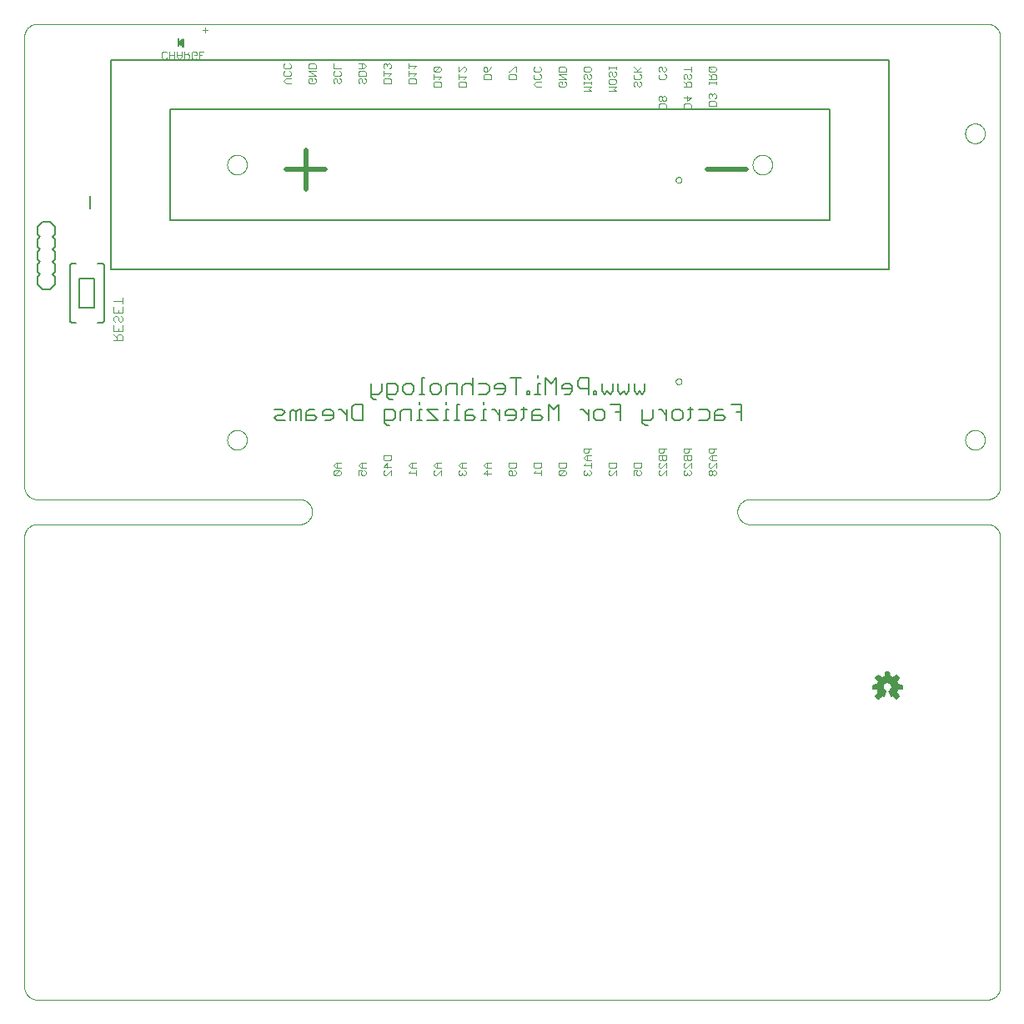
<source format=gbo>
G75*
%MOIN*%
%OFA0B0*%
%FSLAX25Y25*%
%IPPOS*%
%LPD*%
%AMOC8*
5,1,8,0,0,1.08239X$1,22.5*
%
%ADD10C,0.00000*%
%ADD11C,0.00300*%
%ADD12C,0.00600*%
%ADD13C,0.00591*%
%ADD14C,0.00500*%
%ADD15R,0.00750X0.03500*%
%ADD16C,0.00800*%
%ADD17C,0.02000*%
D10*
X0006400Y0003787D02*
X0386400Y0003787D01*
X0386540Y0003789D01*
X0386680Y0003795D01*
X0386820Y0003805D01*
X0386960Y0003818D01*
X0387099Y0003836D01*
X0387238Y0003858D01*
X0387375Y0003883D01*
X0387513Y0003912D01*
X0387649Y0003945D01*
X0387784Y0003982D01*
X0387918Y0004023D01*
X0388051Y0004068D01*
X0388183Y0004116D01*
X0388313Y0004168D01*
X0388442Y0004223D01*
X0388569Y0004282D01*
X0388695Y0004345D01*
X0388819Y0004411D01*
X0388940Y0004480D01*
X0389060Y0004553D01*
X0389178Y0004630D01*
X0389293Y0004709D01*
X0389407Y0004792D01*
X0389517Y0004878D01*
X0389626Y0004967D01*
X0389732Y0005059D01*
X0389835Y0005154D01*
X0389936Y0005251D01*
X0390033Y0005352D01*
X0390128Y0005455D01*
X0390220Y0005561D01*
X0390309Y0005670D01*
X0390395Y0005780D01*
X0390478Y0005894D01*
X0390557Y0006009D01*
X0390634Y0006127D01*
X0390707Y0006247D01*
X0390776Y0006368D01*
X0390842Y0006492D01*
X0390905Y0006618D01*
X0390964Y0006745D01*
X0391019Y0006874D01*
X0391071Y0007004D01*
X0391119Y0007136D01*
X0391164Y0007269D01*
X0391205Y0007403D01*
X0391242Y0007538D01*
X0391275Y0007674D01*
X0391304Y0007812D01*
X0391329Y0007949D01*
X0391351Y0008088D01*
X0391369Y0008227D01*
X0391382Y0008367D01*
X0391392Y0008507D01*
X0391398Y0008647D01*
X0391400Y0008787D01*
X0391400Y0188787D01*
X0391398Y0188927D01*
X0391392Y0189067D01*
X0391382Y0189207D01*
X0391369Y0189347D01*
X0391351Y0189486D01*
X0391329Y0189625D01*
X0391304Y0189762D01*
X0391275Y0189900D01*
X0391242Y0190036D01*
X0391205Y0190171D01*
X0391164Y0190305D01*
X0391119Y0190438D01*
X0391071Y0190570D01*
X0391019Y0190700D01*
X0390964Y0190829D01*
X0390905Y0190956D01*
X0390842Y0191082D01*
X0390776Y0191206D01*
X0390707Y0191327D01*
X0390634Y0191447D01*
X0390557Y0191565D01*
X0390478Y0191680D01*
X0390395Y0191794D01*
X0390309Y0191904D01*
X0390220Y0192013D01*
X0390128Y0192119D01*
X0390033Y0192222D01*
X0389936Y0192323D01*
X0389835Y0192420D01*
X0389732Y0192515D01*
X0389626Y0192607D01*
X0389517Y0192696D01*
X0389407Y0192782D01*
X0389293Y0192865D01*
X0389178Y0192944D01*
X0389060Y0193021D01*
X0388940Y0193094D01*
X0388819Y0193163D01*
X0388695Y0193229D01*
X0388569Y0193292D01*
X0388442Y0193351D01*
X0388313Y0193406D01*
X0388183Y0193458D01*
X0388051Y0193506D01*
X0387918Y0193551D01*
X0387784Y0193592D01*
X0387649Y0193629D01*
X0387513Y0193662D01*
X0387375Y0193691D01*
X0387238Y0193716D01*
X0387099Y0193738D01*
X0386960Y0193756D01*
X0386820Y0193769D01*
X0386680Y0193779D01*
X0386540Y0193785D01*
X0386400Y0193787D01*
X0291400Y0193787D01*
X0291260Y0193789D01*
X0291120Y0193795D01*
X0290980Y0193805D01*
X0290840Y0193818D01*
X0290701Y0193836D01*
X0290562Y0193858D01*
X0290425Y0193883D01*
X0290287Y0193912D01*
X0290151Y0193945D01*
X0290016Y0193982D01*
X0289882Y0194023D01*
X0289749Y0194068D01*
X0289617Y0194116D01*
X0289487Y0194168D01*
X0289358Y0194223D01*
X0289231Y0194282D01*
X0289105Y0194345D01*
X0288981Y0194411D01*
X0288860Y0194480D01*
X0288740Y0194553D01*
X0288622Y0194630D01*
X0288507Y0194709D01*
X0288393Y0194792D01*
X0288283Y0194878D01*
X0288174Y0194967D01*
X0288068Y0195059D01*
X0287965Y0195154D01*
X0287864Y0195251D01*
X0287767Y0195352D01*
X0287672Y0195455D01*
X0287580Y0195561D01*
X0287491Y0195670D01*
X0287405Y0195780D01*
X0287322Y0195894D01*
X0287243Y0196009D01*
X0287166Y0196127D01*
X0287093Y0196247D01*
X0287024Y0196368D01*
X0286958Y0196492D01*
X0286895Y0196618D01*
X0286836Y0196745D01*
X0286781Y0196874D01*
X0286729Y0197004D01*
X0286681Y0197136D01*
X0286636Y0197269D01*
X0286595Y0197403D01*
X0286558Y0197538D01*
X0286525Y0197674D01*
X0286496Y0197812D01*
X0286471Y0197949D01*
X0286449Y0198088D01*
X0286431Y0198227D01*
X0286418Y0198367D01*
X0286408Y0198507D01*
X0286402Y0198647D01*
X0286400Y0198787D01*
X0286402Y0198927D01*
X0286408Y0199067D01*
X0286418Y0199207D01*
X0286431Y0199347D01*
X0286449Y0199486D01*
X0286471Y0199625D01*
X0286496Y0199762D01*
X0286525Y0199900D01*
X0286558Y0200036D01*
X0286595Y0200171D01*
X0286636Y0200305D01*
X0286681Y0200438D01*
X0286729Y0200570D01*
X0286781Y0200700D01*
X0286836Y0200829D01*
X0286895Y0200956D01*
X0286958Y0201082D01*
X0287024Y0201206D01*
X0287093Y0201327D01*
X0287166Y0201447D01*
X0287243Y0201565D01*
X0287322Y0201680D01*
X0287405Y0201794D01*
X0287491Y0201904D01*
X0287580Y0202013D01*
X0287672Y0202119D01*
X0287767Y0202222D01*
X0287864Y0202323D01*
X0287965Y0202420D01*
X0288068Y0202515D01*
X0288174Y0202607D01*
X0288283Y0202696D01*
X0288393Y0202782D01*
X0288507Y0202865D01*
X0288622Y0202944D01*
X0288740Y0203021D01*
X0288860Y0203094D01*
X0288981Y0203163D01*
X0289105Y0203229D01*
X0289231Y0203292D01*
X0289358Y0203351D01*
X0289487Y0203406D01*
X0289617Y0203458D01*
X0289749Y0203506D01*
X0289882Y0203551D01*
X0290016Y0203592D01*
X0290151Y0203629D01*
X0290287Y0203662D01*
X0290425Y0203691D01*
X0290562Y0203716D01*
X0290701Y0203738D01*
X0290840Y0203756D01*
X0290980Y0203769D01*
X0291120Y0203779D01*
X0291260Y0203785D01*
X0291400Y0203787D01*
X0386400Y0203787D01*
X0386540Y0203789D01*
X0386680Y0203795D01*
X0386820Y0203805D01*
X0386960Y0203818D01*
X0387099Y0203836D01*
X0387238Y0203858D01*
X0387375Y0203883D01*
X0387513Y0203912D01*
X0387649Y0203945D01*
X0387784Y0203982D01*
X0387918Y0204023D01*
X0388051Y0204068D01*
X0388183Y0204116D01*
X0388313Y0204168D01*
X0388442Y0204223D01*
X0388569Y0204282D01*
X0388695Y0204345D01*
X0388819Y0204411D01*
X0388940Y0204480D01*
X0389060Y0204553D01*
X0389178Y0204630D01*
X0389293Y0204709D01*
X0389407Y0204792D01*
X0389517Y0204878D01*
X0389626Y0204967D01*
X0389732Y0205059D01*
X0389835Y0205154D01*
X0389936Y0205251D01*
X0390033Y0205352D01*
X0390128Y0205455D01*
X0390220Y0205561D01*
X0390309Y0205670D01*
X0390395Y0205780D01*
X0390478Y0205894D01*
X0390557Y0206009D01*
X0390634Y0206127D01*
X0390707Y0206247D01*
X0390776Y0206368D01*
X0390842Y0206492D01*
X0390905Y0206618D01*
X0390964Y0206745D01*
X0391019Y0206874D01*
X0391071Y0207004D01*
X0391119Y0207136D01*
X0391164Y0207269D01*
X0391205Y0207403D01*
X0391242Y0207538D01*
X0391275Y0207674D01*
X0391304Y0207812D01*
X0391329Y0207949D01*
X0391351Y0208088D01*
X0391369Y0208227D01*
X0391382Y0208367D01*
X0391392Y0208507D01*
X0391398Y0208647D01*
X0391400Y0208787D01*
X0391400Y0388787D01*
X0391398Y0388927D01*
X0391392Y0389067D01*
X0391382Y0389207D01*
X0391369Y0389347D01*
X0391351Y0389486D01*
X0391329Y0389625D01*
X0391304Y0389762D01*
X0391275Y0389900D01*
X0391242Y0390036D01*
X0391205Y0390171D01*
X0391164Y0390305D01*
X0391119Y0390438D01*
X0391071Y0390570D01*
X0391019Y0390700D01*
X0390964Y0390829D01*
X0390905Y0390956D01*
X0390842Y0391082D01*
X0390776Y0391206D01*
X0390707Y0391327D01*
X0390634Y0391447D01*
X0390557Y0391565D01*
X0390478Y0391680D01*
X0390395Y0391794D01*
X0390309Y0391904D01*
X0390220Y0392013D01*
X0390128Y0392119D01*
X0390033Y0392222D01*
X0389936Y0392323D01*
X0389835Y0392420D01*
X0389732Y0392515D01*
X0389626Y0392607D01*
X0389517Y0392696D01*
X0389407Y0392782D01*
X0389293Y0392865D01*
X0389178Y0392944D01*
X0389060Y0393021D01*
X0388940Y0393094D01*
X0388819Y0393163D01*
X0388695Y0393229D01*
X0388569Y0393292D01*
X0388442Y0393351D01*
X0388313Y0393406D01*
X0388183Y0393458D01*
X0388051Y0393506D01*
X0387918Y0393551D01*
X0387784Y0393592D01*
X0387649Y0393629D01*
X0387513Y0393662D01*
X0387375Y0393691D01*
X0387238Y0393716D01*
X0387099Y0393738D01*
X0386960Y0393756D01*
X0386820Y0393769D01*
X0386680Y0393779D01*
X0386540Y0393785D01*
X0386400Y0393787D01*
X0006400Y0393787D01*
X0006260Y0393785D01*
X0006120Y0393779D01*
X0005980Y0393769D01*
X0005840Y0393756D01*
X0005701Y0393738D01*
X0005562Y0393716D01*
X0005425Y0393691D01*
X0005287Y0393662D01*
X0005151Y0393629D01*
X0005016Y0393592D01*
X0004882Y0393551D01*
X0004749Y0393506D01*
X0004617Y0393458D01*
X0004487Y0393406D01*
X0004358Y0393351D01*
X0004231Y0393292D01*
X0004105Y0393229D01*
X0003981Y0393163D01*
X0003860Y0393094D01*
X0003740Y0393021D01*
X0003622Y0392944D01*
X0003507Y0392865D01*
X0003393Y0392782D01*
X0003283Y0392696D01*
X0003174Y0392607D01*
X0003068Y0392515D01*
X0002965Y0392420D01*
X0002864Y0392323D01*
X0002767Y0392222D01*
X0002672Y0392119D01*
X0002580Y0392013D01*
X0002491Y0391904D01*
X0002405Y0391794D01*
X0002322Y0391680D01*
X0002243Y0391565D01*
X0002166Y0391447D01*
X0002093Y0391327D01*
X0002024Y0391206D01*
X0001958Y0391082D01*
X0001895Y0390956D01*
X0001836Y0390829D01*
X0001781Y0390700D01*
X0001729Y0390570D01*
X0001681Y0390438D01*
X0001636Y0390305D01*
X0001595Y0390171D01*
X0001558Y0390036D01*
X0001525Y0389900D01*
X0001496Y0389762D01*
X0001471Y0389625D01*
X0001449Y0389486D01*
X0001431Y0389347D01*
X0001418Y0389207D01*
X0001408Y0389067D01*
X0001402Y0388927D01*
X0001400Y0388787D01*
X0001400Y0208787D01*
X0001402Y0208647D01*
X0001408Y0208507D01*
X0001418Y0208367D01*
X0001431Y0208227D01*
X0001449Y0208088D01*
X0001471Y0207949D01*
X0001496Y0207812D01*
X0001525Y0207674D01*
X0001558Y0207538D01*
X0001595Y0207403D01*
X0001636Y0207269D01*
X0001681Y0207136D01*
X0001729Y0207004D01*
X0001781Y0206874D01*
X0001836Y0206745D01*
X0001895Y0206618D01*
X0001958Y0206492D01*
X0002024Y0206368D01*
X0002093Y0206247D01*
X0002166Y0206127D01*
X0002243Y0206009D01*
X0002322Y0205894D01*
X0002405Y0205780D01*
X0002491Y0205670D01*
X0002580Y0205561D01*
X0002672Y0205455D01*
X0002767Y0205352D01*
X0002864Y0205251D01*
X0002965Y0205154D01*
X0003068Y0205059D01*
X0003174Y0204967D01*
X0003283Y0204878D01*
X0003393Y0204792D01*
X0003507Y0204709D01*
X0003622Y0204630D01*
X0003740Y0204553D01*
X0003860Y0204480D01*
X0003981Y0204411D01*
X0004105Y0204345D01*
X0004231Y0204282D01*
X0004358Y0204223D01*
X0004487Y0204168D01*
X0004617Y0204116D01*
X0004749Y0204068D01*
X0004882Y0204023D01*
X0005016Y0203982D01*
X0005151Y0203945D01*
X0005287Y0203912D01*
X0005425Y0203883D01*
X0005562Y0203858D01*
X0005701Y0203836D01*
X0005840Y0203818D01*
X0005980Y0203805D01*
X0006120Y0203795D01*
X0006260Y0203789D01*
X0006400Y0203787D01*
X0111400Y0203787D01*
X0111540Y0203785D01*
X0111680Y0203779D01*
X0111820Y0203769D01*
X0111960Y0203756D01*
X0112099Y0203738D01*
X0112238Y0203716D01*
X0112375Y0203691D01*
X0112513Y0203662D01*
X0112649Y0203629D01*
X0112784Y0203592D01*
X0112918Y0203551D01*
X0113051Y0203506D01*
X0113183Y0203458D01*
X0113313Y0203406D01*
X0113442Y0203351D01*
X0113569Y0203292D01*
X0113695Y0203229D01*
X0113819Y0203163D01*
X0113940Y0203094D01*
X0114060Y0203021D01*
X0114178Y0202944D01*
X0114293Y0202865D01*
X0114407Y0202782D01*
X0114517Y0202696D01*
X0114626Y0202607D01*
X0114732Y0202515D01*
X0114835Y0202420D01*
X0114936Y0202323D01*
X0115033Y0202222D01*
X0115128Y0202119D01*
X0115220Y0202013D01*
X0115309Y0201904D01*
X0115395Y0201794D01*
X0115478Y0201680D01*
X0115557Y0201565D01*
X0115634Y0201447D01*
X0115707Y0201327D01*
X0115776Y0201206D01*
X0115842Y0201082D01*
X0115905Y0200956D01*
X0115964Y0200829D01*
X0116019Y0200700D01*
X0116071Y0200570D01*
X0116119Y0200438D01*
X0116164Y0200305D01*
X0116205Y0200171D01*
X0116242Y0200036D01*
X0116275Y0199900D01*
X0116304Y0199762D01*
X0116329Y0199625D01*
X0116351Y0199486D01*
X0116369Y0199347D01*
X0116382Y0199207D01*
X0116392Y0199067D01*
X0116398Y0198927D01*
X0116400Y0198787D01*
X0116398Y0198647D01*
X0116392Y0198507D01*
X0116382Y0198367D01*
X0116369Y0198227D01*
X0116351Y0198088D01*
X0116329Y0197949D01*
X0116304Y0197812D01*
X0116275Y0197674D01*
X0116242Y0197538D01*
X0116205Y0197403D01*
X0116164Y0197269D01*
X0116119Y0197136D01*
X0116071Y0197004D01*
X0116019Y0196874D01*
X0115964Y0196745D01*
X0115905Y0196618D01*
X0115842Y0196492D01*
X0115776Y0196368D01*
X0115707Y0196247D01*
X0115634Y0196127D01*
X0115557Y0196009D01*
X0115478Y0195894D01*
X0115395Y0195780D01*
X0115309Y0195670D01*
X0115220Y0195561D01*
X0115128Y0195455D01*
X0115033Y0195352D01*
X0114936Y0195251D01*
X0114835Y0195154D01*
X0114732Y0195059D01*
X0114626Y0194967D01*
X0114517Y0194878D01*
X0114407Y0194792D01*
X0114293Y0194709D01*
X0114178Y0194630D01*
X0114060Y0194553D01*
X0113940Y0194480D01*
X0113819Y0194411D01*
X0113695Y0194345D01*
X0113569Y0194282D01*
X0113442Y0194223D01*
X0113313Y0194168D01*
X0113183Y0194116D01*
X0113051Y0194068D01*
X0112918Y0194023D01*
X0112784Y0193982D01*
X0112649Y0193945D01*
X0112513Y0193912D01*
X0112375Y0193883D01*
X0112238Y0193858D01*
X0112099Y0193836D01*
X0111960Y0193818D01*
X0111820Y0193805D01*
X0111680Y0193795D01*
X0111540Y0193789D01*
X0111400Y0193787D01*
X0006400Y0193787D01*
X0006260Y0193785D01*
X0006120Y0193779D01*
X0005980Y0193769D01*
X0005840Y0193756D01*
X0005701Y0193738D01*
X0005562Y0193716D01*
X0005425Y0193691D01*
X0005287Y0193662D01*
X0005151Y0193629D01*
X0005016Y0193592D01*
X0004882Y0193551D01*
X0004749Y0193506D01*
X0004617Y0193458D01*
X0004487Y0193406D01*
X0004358Y0193351D01*
X0004231Y0193292D01*
X0004105Y0193229D01*
X0003981Y0193163D01*
X0003860Y0193094D01*
X0003740Y0193021D01*
X0003622Y0192944D01*
X0003507Y0192865D01*
X0003393Y0192782D01*
X0003283Y0192696D01*
X0003174Y0192607D01*
X0003068Y0192515D01*
X0002965Y0192420D01*
X0002864Y0192323D01*
X0002767Y0192222D01*
X0002672Y0192119D01*
X0002580Y0192013D01*
X0002491Y0191904D01*
X0002405Y0191794D01*
X0002322Y0191680D01*
X0002243Y0191565D01*
X0002166Y0191447D01*
X0002093Y0191327D01*
X0002024Y0191206D01*
X0001958Y0191082D01*
X0001895Y0190956D01*
X0001836Y0190829D01*
X0001781Y0190700D01*
X0001729Y0190570D01*
X0001681Y0190438D01*
X0001636Y0190305D01*
X0001595Y0190171D01*
X0001558Y0190036D01*
X0001525Y0189900D01*
X0001496Y0189762D01*
X0001471Y0189625D01*
X0001449Y0189486D01*
X0001431Y0189347D01*
X0001418Y0189207D01*
X0001408Y0189067D01*
X0001402Y0188927D01*
X0001400Y0188787D01*
X0001400Y0008787D01*
X0001402Y0008647D01*
X0001408Y0008507D01*
X0001418Y0008367D01*
X0001431Y0008227D01*
X0001449Y0008088D01*
X0001471Y0007949D01*
X0001496Y0007812D01*
X0001525Y0007674D01*
X0001558Y0007538D01*
X0001595Y0007403D01*
X0001636Y0007269D01*
X0001681Y0007136D01*
X0001729Y0007004D01*
X0001781Y0006874D01*
X0001836Y0006745D01*
X0001895Y0006618D01*
X0001958Y0006492D01*
X0002024Y0006368D01*
X0002093Y0006247D01*
X0002166Y0006127D01*
X0002243Y0006009D01*
X0002322Y0005894D01*
X0002405Y0005780D01*
X0002491Y0005670D01*
X0002580Y0005561D01*
X0002672Y0005455D01*
X0002767Y0005352D01*
X0002864Y0005251D01*
X0002965Y0005154D01*
X0003068Y0005059D01*
X0003174Y0004967D01*
X0003283Y0004878D01*
X0003393Y0004792D01*
X0003507Y0004709D01*
X0003622Y0004630D01*
X0003740Y0004553D01*
X0003860Y0004480D01*
X0003981Y0004411D01*
X0004105Y0004345D01*
X0004231Y0004282D01*
X0004358Y0004223D01*
X0004487Y0004168D01*
X0004617Y0004116D01*
X0004749Y0004068D01*
X0004882Y0004023D01*
X0005016Y0003982D01*
X0005151Y0003945D01*
X0005287Y0003912D01*
X0005425Y0003883D01*
X0005562Y0003858D01*
X0005701Y0003836D01*
X0005840Y0003818D01*
X0005980Y0003805D01*
X0006120Y0003795D01*
X0006260Y0003789D01*
X0006400Y0003787D01*
X0082463Y0227537D02*
X0082465Y0227662D01*
X0082471Y0227787D01*
X0082481Y0227911D01*
X0082495Y0228035D01*
X0082512Y0228159D01*
X0082534Y0228282D01*
X0082560Y0228404D01*
X0082589Y0228526D01*
X0082622Y0228646D01*
X0082660Y0228765D01*
X0082700Y0228884D01*
X0082745Y0229000D01*
X0082793Y0229115D01*
X0082845Y0229229D01*
X0082901Y0229341D01*
X0082960Y0229451D01*
X0083022Y0229559D01*
X0083088Y0229666D01*
X0083157Y0229770D01*
X0083230Y0229871D01*
X0083305Y0229971D01*
X0083384Y0230068D01*
X0083466Y0230162D01*
X0083551Y0230254D01*
X0083638Y0230343D01*
X0083729Y0230429D01*
X0083822Y0230512D01*
X0083918Y0230593D01*
X0084016Y0230670D01*
X0084116Y0230744D01*
X0084219Y0230815D01*
X0084324Y0230882D01*
X0084432Y0230947D01*
X0084541Y0231007D01*
X0084652Y0231065D01*
X0084765Y0231118D01*
X0084879Y0231168D01*
X0084995Y0231215D01*
X0085112Y0231257D01*
X0085231Y0231296D01*
X0085351Y0231332D01*
X0085472Y0231363D01*
X0085594Y0231391D01*
X0085716Y0231414D01*
X0085840Y0231434D01*
X0085964Y0231450D01*
X0086088Y0231462D01*
X0086213Y0231470D01*
X0086338Y0231474D01*
X0086462Y0231474D01*
X0086587Y0231470D01*
X0086712Y0231462D01*
X0086836Y0231450D01*
X0086960Y0231434D01*
X0087084Y0231414D01*
X0087206Y0231391D01*
X0087328Y0231363D01*
X0087449Y0231332D01*
X0087569Y0231296D01*
X0087688Y0231257D01*
X0087805Y0231215D01*
X0087921Y0231168D01*
X0088035Y0231118D01*
X0088148Y0231065D01*
X0088259Y0231007D01*
X0088369Y0230947D01*
X0088476Y0230882D01*
X0088581Y0230815D01*
X0088684Y0230744D01*
X0088784Y0230670D01*
X0088882Y0230593D01*
X0088978Y0230512D01*
X0089071Y0230429D01*
X0089162Y0230343D01*
X0089249Y0230254D01*
X0089334Y0230162D01*
X0089416Y0230068D01*
X0089495Y0229971D01*
X0089570Y0229871D01*
X0089643Y0229770D01*
X0089712Y0229666D01*
X0089778Y0229559D01*
X0089840Y0229451D01*
X0089899Y0229341D01*
X0089955Y0229229D01*
X0090007Y0229115D01*
X0090055Y0229000D01*
X0090100Y0228884D01*
X0090140Y0228765D01*
X0090178Y0228646D01*
X0090211Y0228526D01*
X0090240Y0228404D01*
X0090266Y0228282D01*
X0090288Y0228159D01*
X0090305Y0228035D01*
X0090319Y0227911D01*
X0090329Y0227787D01*
X0090335Y0227662D01*
X0090337Y0227537D01*
X0090335Y0227412D01*
X0090329Y0227287D01*
X0090319Y0227163D01*
X0090305Y0227039D01*
X0090288Y0226915D01*
X0090266Y0226792D01*
X0090240Y0226670D01*
X0090211Y0226548D01*
X0090178Y0226428D01*
X0090140Y0226309D01*
X0090100Y0226190D01*
X0090055Y0226074D01*
X0090007Y0225959D01*
X0089955Y0225845D01*
X0089899Y0225733D01*
X0089840Y0225623D01*
X0089778Y0225515D01*
X0089712Y0225408D01*
X0089643Y0225304D01*
X0089570Y0225203D01*
X0089495Y0225103D01*
X0089416Y0225006D01*
X0089334Y0224912D01*
X0089249Y0224820D01*
X0089162Y0224731D01*
X0089071Y0224645D01*
X0088978Y0224562D01*
X0088882Y0224481D01*
X0088784Y0224404D01*
X0088684Y0224330D01*
X0088581Y0224259D01*
X0088476Y0224192D01*
X0088368Y0224127D01*
X0088259Y0224067D01*
X0088148Y0224009D01*
X0088035Y0223956D01*
X0087921Y0223906D01*
X0087805Y0223859D01*
X0087688Y0223817D01*
X0087569Y0223778D01*
X0087449Y0223742D01*
X0087328Y0223711D01*
X0087206Y0223683D01*
X0087084Y0223660D01*
X0086960Y0223640D01*
X0086836Y0223624D01*
X0086712Y0223612D01*
X0086587Y0223604D01*
X0086462Y0223600D01*
X0086338Y0223600D01*
X0086213Y0223604D01*
X0086088Y0223612D01*
X0085964Y0223624D01*
X0085840Y0223640D01*
X0085716Y0223660D01*
X0085594Y0223683D01*
X0085472Y0223711D01*
X0085351Y0223742D01*
X0085231Y0223778D01*
X0085112Y0223817D01*
X0084995Y0223859D01*
X0084879Y0223906D01*
X0084765Y0223956D01*
X0084652Y0224009D01*
X0084541Y0224067D01*
X0084431Y0224127D01*
X0084324Y0224192D01*
X0084219Y0224259D01*
X0084116Y0224330D01*
X0084016Y0224404D01*
X0083918Y0224481D01*
X0083822Y0224562D01*
X0083729Y0224645D01*
X0083638Y0224731D01*
X0083551Y0224820D01*
X0083466Y0224912D01*
X0083384Y0225006D01*
X0083305Y0225103D01*
X0083230Y0225203D01*
X0083157Y0225304D01*
X0083088Y0225408D01*
X0083022Y0225515D01*
X0082960Y0225623D01*
X0082901Y0225733D01*
X0082845Y0225845D01*
X0082793Y0225959D01*
X0082745Y0226074D01*
X0082700Y0226190D01*
X0082660Y0226309D01*
X0082622Y0226428D01*
X0082589Y0226548D01*
X0082560Y0226670D01*
X0082534Y0226792D01*
X0082512Y0226915D01*
X0082495Y0227039D01*
X0082481Y0227163D01*
X0082471Y0227287D01*
X0082465Y0227412D01*
X0082463Y0227537D01*
X0082463Y0337537D02*
X0082465Y0337662D01*
X0082471Y0337787D01*
X0082481Y0337911D01*
X0082495Y0338035D01*
X0082512Y0338159D01*
X0082534Y0338282D01*
X0082560Y0338404D01*
X0082589Y0338526D01*
X0082622Y0338646D01*
X0082660Y0338765D01*
X0082700Y0338884D01*
X0082745Y0339000D01*
X0082793Y0339115D01*
X0082845Y0339229D01*
X0082901Y0339341D01*
X0082960Y0339451D01*
X0083022Y0339559D01*
X0083088Y0339666D01*
X0083157Y0339770D01*
X0083230Y0339871D01*
X0083305Y0339971D01*
X0083384Y0340068D01*
X0083466Y0340162D01*
X0083551Y0340254D01*
X0083638Y0340343D01*
X0083729Y0340429D01*
X0083822Y0340512D01*
X0083918Y0340593D01*
X0084016Y0340670D01*
X0084116Y0340744D01*
X0084219Y0340815D01*
X0084324Y0340882D01*
X0084432Y0340947D01*
X0084541Y0341007D01*
X0084652Y0341065D01*
X0084765Y0341118D01*
X0084879Y0341168D01*
X0084995Y0341215D01*
X0085112Y0341257D01*
X0085231Y0341296D01*
X0085351Y0341332D01*
X0085472Y0341363D01*
X0085594Y0341391D01*
X0085716Y0341414D01*
X0085840Y0341434D01*
X0085964Y0341450D01*
X0086088Y0341462D01*
X0086213Y0341470D01*
X0086338Y0341474D01*
X0086462Y0341474D01*
X0086587Y0341470D01*
X0086712Y0341462D01*
X0086836Y0341450D01*
X0086960Y0341434D01*
X0087084Y0341414D01*
X0087206Y0341391D01*
X0087328Y0341363D01*
X0087449Y0341332D01*
X0087569Y0341296D01*
X0087688Y0341257D01*
X0087805Y0341215D01*
X0087921Y0341168D01*
X0088035Y0341118D01*
X0088148Y0341065D01*
X0088259Y0341007D01*
X0088369Y0340947D01*
X0088476Y0340882D01*
X0088581Y0340815D01*
X0088684Y0340744D01*
X0088784Y0340670D01*
X0088882Y0340593D01*
X0088978Y0340512D01*
X0089071Y0340429D01*
X0089162Y0340343D01*
X0089249Y0340254D01*
X0089334Y0340162D01*
X0089416Y0340068D01*
X0089495Y0339971D01*
X0089570Y0339871D01*
X0089643Y0339770D01*
X0089712Y0339666D01*
X0089778Y0339559D01*
X0089840Y0339451D01*
X0089899Y0339341D01*
X0089955Y0339229D01*
X0090007Y0339115D01*
X0090055Y0339000D01*
X0090100Y0338884D01*
X0090140Y0338765D01*
X0090178Y0338646D01*
X0090211Y0338526D01*
X0090240Y0338404D01*
X0090266Y0338282D01*
X0090288Y0338159D01*
X0090305Y0338035D01*
X0090319Y0337911D01*
X0090329Y0337787D01*
X0090335Y0337662D01*
X0090337Y0337537D01*
X0090335Y0337412D01*
X0090329Y0337287D01*
X0090319Y0337163D01*
X0090305Y0337039D01*
X0090288Y0336915D01*
X0090266Y0336792D01*
X0090240Y0336670D01*
X0090211Y0336548D01*
X0090178Y0336428D01*
X0090140Y0336309D01*
X0090100Y0336190D01*
X0090055Y0336074D01*
X0090007Y0335959D01*
X0089955Y0335845D01*
X0089899Y0335733D01*
X0089840Y0335623D01*
X0089778Y0335515D01*
X0089712Y0335408D01*
X0089643Y0335304D01*
X0089570Y0335203D01*
X0089495Y0335103D01*
X0089416Y0335006D01*
X0089334Y0334912D01*
X0089249Y0334820D01*
X0089162Y0334731D01*
X0089071Y0334645D01*
X0088978Y0334562D01*
X0088882Y0334481D01*
X0088784Y0334404D01*
X0088684Y0334330D01*
X0088581Y0334259D01*
X0088476Y0334192D01*
X0088368Y0334127D01*
X0088259Y0334067D01*
X0088148Y0334009D01*
X0088035Y0333956D01*
X0087921Y0333906D01*
X0087805Y0333859D01*
X0087688Y0333817D01*
X0087569Y0333778D01*
X0087449Y0333742D01*
X0087328Y0333711D01*
X0087206Y0333683D01*
X0087084Y0333660D01*
X0086960Y0333640D01*
X0086836Y0333624D01*
X0086712Y0333612D01*
X0086587Y0333604D01*
X0086462Y0333600D01*
X0086338Y0333600D01*
X0086213Y0333604D01*
X0086088Y0333612D01*
X0085964Y0333624D01*
X0085840Y0333640D01*
X0085716Y0333660D01*
X0085594Y0333683D01*
X0085472Y0333711D01*
X0085351Y0333742D01*
X0085231Y0333778D01*
X0085112Y0333817D01*
X0084995Y0333859D01*
X0084879Y0333906D01*
X0084765Y0333956D01*
X0084652Y0334009D01*
X0084541Y0334067D01*
X0084431Y0334127D01*
X0084324Y0334192D01*
X0084219Y0334259D01*
X0084116Y0334330D01*
X0084016Y0334404D01*
X0083918Y0334481D01*
X0083822Y0334562D01*
X0083729Y0334645D01*
X0083638Y0334731D01*
X0083551Y0334820D01*
X0083466Y0334912D01*
X0083384Y0335006D01*
X0083305Y0335103D01*
X0083230Y0335203D01*
X0083157Y0335304D01*
X0083088Y0335408D01*
X0083022Y0335515D01*
X0082960Y0335623D01*
X0082901Y0335733D01*
X0082845Y0335845D01*
X0082793Y0335959D01*
X0082745Y0336074D01*
X0082700Y0336190D01*
X0082660Y0336309D01*
X0082622Y0336428D01*
X0082589Y0336548D01*
X0082560Y0336670D01*
X0082534Y0336792D01*
X0082512Y0336915D01*
X0082495Y0337039D01*
X0082481Y0337163D01*
X0082471Y0337287D01*
X0082465Y0337412D01*
X0082463Y0337537D01*
X0261754Y0331406D02*
X0261756Y0331475D01*
X0261762Y0331543D01*
X0261772Y0331611D01*
X0261786Y0331678D01*
X0261804Y0331745D01*
X0261825Y0331810D01*
X0261851Y0331874D01*
X0261880Y0331936D01*
X0261912Y0331996D01*
X0261948Y0332055D01*
X0261988Y0332111D01*
X0262030Y0332165D01*
X0262076Y0332216D01*
X0262125Y0332265D01*
X0262176Y0332311D01*
X0262230Y0332353D01*
X0262286Y0332393D01*
X0262344Y0332429D01*
X0262405Y0332461D01*
X0262467Y0332490D01*
X0262531Y0332516D01*
X0262596Y0332537D01*
X0262663Y0332555D01*
X0262730Y0332569D01*
X0262798Y0332579D01*
X0262866Y0332585D01*
X0262935Y0332587D01*
X0263004Y0332585D01*
X0263072Y0332579D01*
X0263140Y0332569D01*
X0263207Y0332555D01*
X0263274Y0332537D01*
X0263339Y0332516D01*
X0263403Y0332490D01*
X0263465Y0332461D01*
X0263525Y0332429D01*
X0263584Y0332393D01*
X0263640Y0332353D01*
X0263694Y0332311D01*
X0263745Y0332265D01*
X0263794Y0332216D01*
X0263840Y0332165D01*
X0263882Y0332111D01*
X0263922Y0332055D01*
X0263958Y0331996D01*
X0263990Y0331936D01*
X0264019Y0331874D01*
X0264045Y0331810D01*
X0264066Y0331745D01*
X0264084Y0331678D01*
X0264098Y0331611D01*
X0264108Y0331543D01*
X0264114Y0331475D01*
X0264116Y0331406D01*
X0264114Y0331337D01*
X0264108Y0331269D01*
X0264098Y0331201D01*
X0264084Y0331134D01*
X0264066Y0331067D01*
X0264045Y0331002D01*
X0264019Y0330938D01*
X0263990Y0330876D01*
X0263958Y0330815D01*
X0263922Y0330757D01*
X0263882Y0330701D01*
X0263840Y0330647D01*
X0263794Y0330596D01*
X0263745Y0330547D01*
X0263694Y0330501D01*
X0263640Y0330459D01*
X0263584Y0330419D01*
X0263526Y0330383D01*
X0263465Y0330351D01*
X0263403Y0330322D01*
X0263339Y0330296D01*
X0263274Y0330275D01*
X0263207Y0330257D01*
X0263140Y0330243D01*
X0263072Y0330233D01*
X0263004Y0330227D01*
X0262935Y0330225D01*
X0262866Y0330227D01*
X0262798Y0330233D01*
X0262730Y0330243D01*
X0262663Y0330257D01*
X0262596Y0330275D01*
X0262531Y0330296D01*
X0262467Y0330322D01*
X0262405Y0330351D01*
X0262344Y0330383D01*
X0262286Y0330419D01*
X0262230Y0330459D01*
X0262176Y0330501D01*
X0262125Y0330547D01*
X0262076Y0330596D01*
X0262030Y0330647D01*
X0261988Y0330701D01*
X0261948Y0330757D01*
X0261912Y0330815D01*
X0261880Y0330876D01*
X0261851Y0330938D01*
X0261825Y0331002D01*
X0261804Y0331067D01*
X0261786Y0331134D01*
X0261772Y0331201D01*
X0261762Y0331269D01*
X0261756Y0331337D01*
X0261754Y0331406D01*
X0292463Y0337537D02*
X0292465Y0337662D01*
X0292471Y0337787D01*
X0292481Y0337911D01*
X0292495Y0338035D01*
X0292512Y0338159D01*
X0292534Y0338282D01*
X0292560Y0338404D01*
X0292589Y0338526D01*
X0292622Y0338646D01*
X0292660Y0338765D01*
X0292700Y0338884D01*
X0292745Y0339000D01*
X0292793Y0339115D01*
X0292845Y0339229D01*
X0292901Y0339341D01*
X0292960Y0339451D01*
X0293022Y0339559D01*
X0293088Y0339666D01*
X0293157Y0339770D01*
X0293230Y0339871D01*
X0293305Y0339971D01*
X0293384Y0340068D01*
X0293466Y0340162D01*
X0293551Y0340254D01*
X0293638Y0340343D01*
X0293729Y0340429D01*
X0293822Y0340512D01*
X0293918Y0340593D01*
X0294016Y0340670D01*
X0294116Y0340744D01*
X0294219Y0340815D01*
X0294324Y0340882D01*
X0294432Y0340947D01*
X0294541Y0341007D01*
X0294652Y0341065D01*
X0294765Y0341118D01*
X0294879Y0341168D01*
X0294995Y0341215D01*
X0295112Y0341257D01*
X0295231Y0341296D01*
X0295351Y0341332D01*
X0295472Y0341363D01*
X0295594Y0341391D01*
X0295716Y0341414D01*
X0295840Y0341434D01*
X0295964Y0341450D01*
X0296088Y0341462D01*
X0296213Y0341470D01*
X0296338Y0341474D01*
X0296462Y0341474D01*
X0296587Y0341470D01*
X0296712Y0341462D01*
X0296836Y0341450D01*
X0296960Y0341434D01*
X0297084Y0341414D01*
X0297206Y0341391D01*
X0297328Y0341363D01*
X0297449Y0341332D01*
X0297569Y0341296D01*
X0297688Y0341257D01*
X0297805Y0341215D01*
X0297921Y0341168D01*
X0298035Y0341118D01*
X0298148Y0341065D01*
X0298259Y0341007D01*
X0298369Y0340947D01*
X0298476Y0340882D01*
X0298581Y0340815D01*
X0298684Y0340744D01*
X0298784Y0340670D01*
X0298882Y0340593D01*
X0298978Y0340512D01*
X0299071Y0340429D01*
X0299162Y0340343D01*
X0299249Y0340254D01*
X0299334Y0340162D01*
X0299416Y0340068D01*
X0299495Y0339971D01*
X0299570Y0339871D01*
X0299643Y0339770D01*
X0299712Y0339666D01*
X0299778Y0339559D01*
X0299840Y0339451D01*
X0299899Y0339341D01*
X0299955Y0339229D01*
X0300007Y0339115D01*
X0300055Y0339000D01*
X0300100Y0338884D01*
X0300140Y0338765D01*
X0300178Y0338646D01*
X0300211Y0338526D01*
X0300240Y0338404D01*
X0300266Y0338282D01*
X0300288Y0338159D01*
X0300305Y0338035D01*
X0300319Y0337911D01*
X0300329Y0337787D01*
X0300335Y0337662D01*
X0300337Y0337537D01*
X0300335Y0337412D01*
X0300329Y0337287D01*
X0300319Y0337163D01*
X0300305Y0337039D01*
X0300288Y0336915D01*
X0300266Y0336792D01*
X0300240Y0336670D01*
X0300211Y0336548D01*
X0300178Y0336428D01*
X0300140Y0336309D01*
X0300100Y0336190D01*
X0300055Y0336074D01*
X0300007Y0335959D01*
X0299955Y0335845D01*
X0299899Y0335733D01*
X0299840Y0335623D01*
X0299778Y0335515D01*
X0299712Y0335408D01*
X0299643Y0335304D01*
X0299570Y0335203D01*
X0299495Y0335103D01*
X0299416Y0335006D01*
X0299334Y0334912D01*
X0299249Y0334820D01*
X0299162Y0334731D01*
X0299071Y0334645D01*
X0298978Y0334562D01*
X0298882Y0334481D01*
X0298784Y0334404D01*
X0298684Y0334330D01*
X0298581Y0334259D01*
X0298476Y0334192D01*
X0298368Y0334127D01*
X0298259Y0334067D01*
X0298148Y0334009D01*
X0298035Y0333956D01*
X0297921Y0333906D01*
X0297805Y0333859D01*
X0297688Y0333817D01*
X0297569Y0333778D01*
X0297449Y0333742D01*
X0297328Y0333711D01*
X0297206Y0333683D01*
X0297084Y0333660D01*
X0296960Y0333640D01*
X0296836Y0333624D01*
X0296712Y0333612D01*
X0296587Y0333604D01*
X0296462Y0333600D01*
X0296338Y0333600D01*
X0296213Y0333604D01*
X0296088Y0333612D01*
X0295964Y0333624D01*
X0295840Y0333640D01*
X0295716Y0333660D01*
X0295594Y0333683D01*
X0295472Y0333711D01*
X0295351Y0333742D01*
X0295231Y0333778D01*
X0295112Y0333817D01*
X0294995Y0333859D01*
X0294879Y0333906D01*
X0294765Y0333956D01*
X0294652Y0334009D01*
X0294541Y0334067D01*
X0294431Y0334127D01*
X0294324Y0334192D01*
X0294219Y0334259D01*
X0294116Y0334330D01*
X0294016Y0334404D01*
X0293918Y0334481D01*
X0293822Y0334562D01*
X0293729Y0334645D01*
X0293638Y0334731D01*
X0293551Y0334820D01*
X0293466Y0334912D01*
X0293384Y0335006D01*
X0293305Y0335103D01*
X0293230Y0335203D01*
X0293157Y0335304D01*
X0293088Y0335408D01*
X0293022Y0335515D01*
X0292960Y0335623D01*
X0292901Y0335733D01*
X0292845Y0335845D01*
X0292793Y0335959D01*
X0292745Y0336074D01*
X0292700Y0336190D01*
X0292660Y0336309D01*
X0292622Y0336428D01*
X0292589Y0336548D01*
X0292560Y0336670D01*
X0292534Y0336792D01*
X0292512Y0336915D01*
X0292495Y0337039D01*
X0292481Y0337163D01*
X0292471Y0337287D01*
X0292465Y0337412D01*
X0292463Y0337537D01*
X0261754Y0250894D02*
X0261756Y0250963D01*
X0261762Y0251031D01*
X0261772Y0251099D01*
X0261786Y0251166D01*
X0261804Y0251233D01*
X0261825Y0251298D01*
X0261851Y0251362D01*
X0261880Y0251424D01*
X0261912Y0251484D01*
X0261948Y0251543D01*
X0261988Y0251599D01*
X0262030Y0251653D01*
X0262076Y0251704D01*
X0262125Y0251753D01*
X0262176Y0251799D01*
X0262230Y0251841D01*
X0262286Y0251881D01*
X0262344Y0251917D01*
X0262405Y0251949D01*
X0262467Y0251978D01*
X0262531Y0252004D01*
X0262596Y0252025D01*
X0262663Y0252043D01*
X0262730Y0252057D01*
X0262798Y0252067D01*
X0262866Y0252073D01*
X0262935Y0252075D01*
X0263004Y0252073D01*
X0263072Y0252067D01*
X0263140Y0252057D01*
X0263207Y0252043D01*
X0263274Y0252025D01*
X0263339Y0252004D01*
X0263403Y0251978D01*
X0263465Y0251949D01*
X0263525Y0251917D01*
X0263584Y0251881D01*
X0263640Y0251841D01*
X0263694Y0251799D01*
X0263745Y0251753D01*
X0263794Y0251704D01*
X0263840Y0251653D01*
X0263882Y0251599D01*
X0263922Y0251543D01*
X0263958Y0251484D01*
X0263990Y0251424D01*
X0264019Y0251362D01*
X0264045Y0251298D01*
X0264066Y0251233D01*
X0264084Y0251166D01*
X0264098Y0251099D01*
X0264108Y0251031D01*
X0264114Y0250963D01*
X0264116Y0250894D01*
X0264114Y0250825D01*
X0264108Y0250757D01*
X0264098Y0250689D01*
X0264084Y0250622D01*
X0264066Y0250555D01*
X0264045Y0250490D01*
X0264019Y0250426D01*
X0263990Y0250364D01*
X0263958Y0250303D01*
X0263922Y0250245D01*
X0263882Y0250189D01*
X0263840Y0250135D01*
X0263794Y0250084D01*
X0263745Y0250035D01*
X0263694Y0249989D01*
X0263640Y0249947D01*
X0263584Y0249907D01*
X0263526Y0249871D01*
X0263465Y0249839D01*
X0263403Y0249810D01*
X0263339Y0249784D01*
X0263274Y0249763D01*
X0263207Y0249745D01*
X0263140Y0249731D01*
X0263072Y0249721D01*
X0263004Y0249715D01*
X0262935Y0249713D01*
X0262866Y0249715D01*
X0262798Y0249721D01*
X0262730Y0249731D01*
X0262663Y0249745D01*
X0262596Y0249763D01*
X0262531Y0249784D01*
X0262467Y0249810D01*
X0262405Y0249839D01*
X0262344Y0249871D01*
X0262286Y0249907D01*
X0262230Y0249947D01*
X0262176Y0249989D01*
X0262125Y0250035D01*
X0262076Y0250084D01*
X0262030Y0250135D01*
X0261988Y0250189D01*
X0261948Y0250245D01*
X0261912Y0250303D01*
X0261880Y0250364D01*
X0261851Y0250426D01*
X0261825Y0250490D01*
X0261804Y0250555D01*
X0261786Y0250622D01*
X0261772Y0250689D01*
X0261762Y0250757D01*
X0261756Y0250825D01*
X0261754Y0250894D01*
X0377463Y0227537D02*
X0377465Y0227662D01*
X0377471Y0227787D01*
X0377481Y0227911D01*
X0377495Y0228035D01*
X0377512Y0228159D01*
X0377534Y0228282D01*
X0377560Y0228404D01*
X0377589Y0228526D01*
X0377622Y0228646D01*
X0377660Y0228765D01*
X0377700Y0228884D01*
X0377745Y0229000D01*
X0377793Y0229115D01*
X0377845Y0229229D01*
X0377901Y0229341D01*
X0377960Y0229451D01*
X0378022Y0229559D01*
X0378088Y0229666D01*
X0378157Y0229770D01*
X0378230Y0229871D01*
X0378305Y0229971D01*
X0378384Y0230068D01*
X0378466Y0230162D01*
X0378551Y0230254D01*
X0378638Y0230343D01*
X0378729Y0230429D01*
X0378822Y0230512D01*
X0378918Y0230593D01*
X0379016Y0230670D01*
X0379116Y0230744D01*
X0379219Y0230815D01*
X0379324Y0230882D01*
X0379432Y0230947D01*
X0379541Y0231007D01*
X0379652Y0231065D01*
X0379765Y0231118D01*
X0379879Y0231168D01*
X0379995Y0231215D01*
X0380112Y0231257D01*
X0380231Y0231296D01*
X0380351Y0231332D01*
X0380472Y0231363D01*
X0380594Y0231391D01*
X0380716Y0231414D01*
X0380840Y0231434D01*
X0380964Y0231450D01*
X0381088Y0231462D01*
X0381213Y0231470D01*
X0381338Y0231474D01*
X0381462Y0231474D01*
X0381587Y0231470D01*
X0381712Y0231462D01*
X0381836Y0231450D01*
X0381960Y0231434D01*
X0382084Y0231414D01*
X0382206Y0231391D01*
X0382328Y0231363D01*
X0382449Y0231332D01*
X0382569Y0231296D01*
X0382688Y0231257D01*
X0382805Y0231215D01*
X0382921Y0231168D01*
X0383035Y0231118D01*
X0383148Y0231065D01*
X0383259Y0231007D01*
X0383369Y0230947D01*
X0383476Y0230882D01*
X0383581Y0230815D01*
X0383684Y0230744D01*
X0383784Y0230670D01*
X0383882Y0230593D01*
X0383978Y0230512D01*
X0384071Y0230429D01*
X0384162Y0230343D01*
X0384249Y0230254D01*
X0384334Y0230162D01*
X0384416Y0230068D01*
X0384495Y0229971D01*
X0384570Y0229871D01*
X0384643Y0229770D01*
X0384712Y0229666D01*
X0384778Y0229559D01*
X0384840Y0229451D01*
X0384899Y0229341D01*
X0384955Y0229229D01*
X0385007Y0229115D01*
X0385055Y0229000D01*
X0385100Y0228884D01*
X0385140Y0228765D01*
X0385178Y0228646D01*
X0385211Y0228526D01*
X0385240Y0228404D01*
X0385266Y0228282D01*
X0385288Y0228159D01*
X0385305Y0228035D01*
X0385319Y0227911D01*
X0385329Y0227787D01*
X0385335Y0227662D01*
X0385337Y0227537D01*
X0385335Y0227412D01*
X0385329Y0227287D01*
X0385319Y0227163D01*
X0385305Y0227039D01*
X0385288Y0226915D01*
X0385266Y0226792D01*
X0385240Y0226670D01*
X0385211Y0226548D01*
X0385178Y0226428D01*
X0385140Y0226309D01*
X0385100Y0226190D01*
X0385055Y0226074D01*
X0385007Y0225959D01*
X0384955Y0225845D01*
X0384899Y0225733D01*
X0384840Y0225623D01*
X0384778Y0225515D01*
X0384712Y0225408D01*
X0384643Y0225304D01*
X0384570Y0225203D01*
X0384495Y0225103D01*
X0384416Y0225006D01*
X0384334Y0224912D01*
X0384249Y0224820D01*
X0384162Y0224731D01*
X0384071Y0224645D01*
X0383978Y0224562D01*
X0383882Y0224481D01*
X0383784Y0224404D01*
X0383684Y0224330D01*
X0383581Y0224259D01*
X0383476Y0224192D01*
X0383368Y0224127D01*
X0383259Y0224067D01*
X0383148Y0224009D01*
X0383035Y0223956D01*
X0382921Y0223906D01*
X0382805Y0223859D01*
X0382688Y0223817D01*
X0382569Y0223778D01*
X0382449Y0223742D01*
X0382328Y0223711D01*
X0382206Y0223683D01*
X0382084Y0223660D01*
X0381960Y0223640D01*
X0381836Y0223624D01*
X0381712Y0223612D01*
X0381587Y0223604D01*
X0381462Y0223600D01*
X0381338Y0223600D01*
X0381213Y0223604D01*
X0381088Y0223612D01*
X0380964Y0223624D01*
X0380840Y0223640D01*
X0380716Y0223660D01*
X0380594Y0223683D01*
X0380472Y0223711D01*
X0380351Y0223742D01*
X0380231Y0223778D01*
X0380112Y0223817D01*
X0379995Y0223859D01*
X0379879Y0223906D01*
X0379765Y0223956D01*
X0379652Y0224009D01*
X0379541Y0224067D01*
X0379431Y0224127D01*
X0379324Y0224192D01*
X0379219Y0224259D01*
X0379116Y0224330D01*
X0379016Y0224404D01*
X0378918Y0224481D01*
X0378822Y0224562D01*
X0378729Y0224645D01*
X0378638Y0224731D01*
X0378551Y0224820D01*
X0378466Y0224912D01*
X0378384Y0225006D01*
X0378305Y0225103D01*
X0378230Y0225203D01*
X0378157Y0225304D01*
X0378088Y0225408D01*
X0378022Y0225515D01*
X0377960Y0225623D01*
X0377901Y0225733D01*
X0377845Y0225845D01*
X0377793Y0225959D01*
X0377745Y0226074D01*
X0377700Y0226190D01*
X0377660Y0226309D01*
X0377622Y0226428D01*
X0377589Y0226548D01*
X0377560Y0226670D01*
X0377534Y0226792D01*
X0377512Y0226915D01*
X0377495Y0227039D01*
X0377481Y0227163D01*
X0377471Y0227287D01*
X0377465Y0227412D01*
X0377463Y0227537D01*
X0377463Y0350037D02*
X0377465Y0350162D01*
X0377471Y0350287D01*
X0377481Y0350411D01*
X0377495Y0350535D01*
X0377512Y0350659D01*
X0377534Y0350782D01*
X0377560Y0350904D01*
X0377589Y0351026D01*
X0377622Y0351146D01*
X0377660Y0351265D01*
X0377700Y0351384D01*
X0377745Y0351500D01*
X0377793Y0351615D01*
X0377845Y0351729D01*
X0377901Y0351841D01*
X0377960Y0351951D01*
X0378022Y0352059D01*
X0378088Y0352166D01*
X0378157Y0352270D01*
X0378230Y0352371D01*
X0378305Y0352471D01*
X0378384Y0352568D01*
X0378466Y0352662D01*
X0378551Y0352754D01*
X0378638Y0352843D01*
X0378729Y0352929D01*
X0378822Y0353012D01*
X0378918Y0353093D01*
X0379016Y0353170D01*
X0379116Y0353244D01*
X0379219Y0353315D01*
X0379324Y0353382D01*
X0379432Y0353447D01*
X0379541Y0353507D01*
X0379652Y0353565D01*
X0379765Y0353618D01*
X0379879Y0353668D01*
X0379995Y0353715D01*
X0380112Y0353757D01*
X0380231Y0353796D01*
X0380351Y0353832D01*
X0380472Y0353863D01*
X0380594Y0353891D01*
X0380716Y0353914D01*
X0380840Y0353934D01*
X0380964Y0353950D01*
X0381088Y0353962D01*
X0381213Y0353970D01*
X0381338Y0353974D01*
X0381462Y0353974D01*
X0381587Y0353970D01*
X0381712Y0353962D01*
X0381836Y0353950D01*
X0381960Y0353934D01*
X0382084Y0353914D01*
X0382206Y0353891D01*
X0382328Y0353863D01*
X0382449Y0353832D01*
X0382569Y0353796D01*
X0382688Y0353757D01*
X0382805Y0353715D01*
X0382921Y0353668D01*
X0383035Y0353618D01*
X0383148Y0353565D01*
X0383259Y0353507D01*
X0383369Y0353447D01*
X0383476Y0353382D01*
X0383581Y0353315D01*
X0383684Y0353244D01*
X0383784Y0353170D01*
X0383882Y0353093D01*
X0383978Y0353012D01*
X0384071Y0352929D01*
X0384162Y0352843D01*
X0384249Y0352754D01*
X0384334Y0352662D01*
X0384416Y0352568D01*
X0384495Y0352471D01*
X0384570Y0352371D01*
X0384643Y0352270D01*
X0384712Y0352166D01*
X0384778Y0352059D01*
X0384840Y0351951D01*
X0384899Y0351841D01*
X0384955Y0351729D01*
X0385007Y0351615D01*
X0385055Y0351500D01*
X0385100Y0351384D01*
X0385140Y0351265D01*
X0385178Y0351146D01*
X0385211Y0351026D01*
X0385240Y0350904D01*
X0385266Y0350782D01*
X0385288Y0350659D01*
X0385305Y0350535D01*
X0385319Y0350411D01*
X0385329Y0350287D01*
X0385335Y0350162D01*
X0385337Y0350037D01*
X0385335Y0349912D01*
X0385329Y0349787D01*
X0385319Y0349663D01*
X0385305Y0349539D01*
X0385288Y0349415D01*
X0385266Y0349292D01*
X0385240Y0349170D01*
X0385211Y0349048D01*
X0385178Y0348928D01*
X0385140Y0348809D01*
X0385100Y0348690D01*
X0385055Y0348574D01*
X0385007Y0348459D01*
X0384955Y0348345D01*
X0384899Y0348233D01*
X0384840Y0348123D01*
X0384778Y0348015D01*
X0384712Y0347908D01*
X0384643Y0347804D01*
X0384570Y0347703D01*
X0384495Y0347603D01*
X0384416Y0347506D01*
X0384334Y0347412D01*
X0384249Y0347320D01*
X0384162Y0347231D01*
X0384071Y0347145D01*
X0383978Y0347062D01*
X0383882Y0346981D01*
X0383784Y0346904D01*
X0383684Y0346830D01*
X0383581Y0346759D01*
X0383476Y0346692D01*
X0383368Y0346627D01*
X0383259Y0346567D01*
X0383148Y0346509D01*
X0383035Y0346456D01*
X0382921Y0346406D01*
X0382805Y0346359D01*
X0382688Y0346317D01*
X0382569Y0346278D01*
X0382449Y0346242D01*
X0382328Y0346211D01*
X0382206Y0346183D01*
X0382084Y0346160D01*
X0381960Y0346140D01*
X0381836Y0346124D01*
X0381712Y0346112D01*
X0381587Y0346104D01*
X0381462Y0346100D01*
X0381338Y0346100D01*
X0381213Y0346104D01*
X0381088Y0346112D01*
X0380964Y0346124D01*
X0380840Y0346140D01*
X0380716Y0346160D01*
X0380594Y0346183D01*
X0380472Y0346211D01*
X0380351Y0346242D01*
X0380231Y0346278D01*
X0380112Y0346317D01*
X0379995Y0346359D01*
X0379879Y0346406D01*
X0379765Y0346456D01*
X0379652Y0346509D01*
X0379541Y0346567D01*
X0379431Y0346627D01*
X0379324Y0346692D01*
X0379219Y0346759D01*
X0379116Y0346830D01*
X0379016Y0346904D01*
X0378918Y0346981D01*
X0378822Y0347062D01*
X0378729Y0347145D01*
X0378638Y0347231D01*
X0378551Y0347320D01*
X0378466Y0347412D01*
X0378384Y0347506D01*
X0378305Y0347603D01*
X0378230Y0347703D01*
X0378157Y0347804D01*
X0378088Y0347908D01*
X0378022Y0348015D01*
X0377960Y0348123D01*
X0377901Y0348233D01*
X0377845Y0348345D01*
X0377793Y0348459D01*
X0377745Y0348574D01*
X0377700Y0348690D01*
X0377660Y0348809D01*
X0377622Y0348928D01*
X0377589Y0349048D01*
X0377560Y0349170D01*
X0377534Y0349292D01*
X0377512Y0349415D01*
X0377495Y0349539D01*
X0377481Y0349663D01*
X0377471Y0349787D01*
X0377465Y0349912D01*
X0377463Y0350037D01*
D11*
X0277852Y0360990D02*
X0277852Y0362442D01*
X0277369Y0362925D01*
X0275434Y0362925D01*
X0274950Y0362442D01*
X0274950Y0360990D01*
X0277852Y0360990D01*
X0277369Y0363937D02*
X0277852Y0364421D01*
X0277852Y0365388D01*
X0277369Y0365872D01*
X0276885Y0365872D01*
X0276401Y0365388D01*
X0275917Y0365872D01*
X0275434Y0365872D01*
X0274950Y0365388D01*
X0274950Y0364421D01*
X0275434Y0363937D01*
X0276401Y0364904D02*
X0276401Y0365388D01*
X0274950Y0369830D02*
X0274950Y0370798D01*
X0274950Y0370314D02*
X0277852Y0370314D01*
X0277852Y0369830D02*
X0277852Y0370798D01*
X0277852Y0371794D02*
X0274950Y0371794D01*
X0275917Y0371794D02*
X0275917Y0373246D01*
X0276401Y0373729D01*
X0277369Y0373729D01*
X0277852Y0373246D01*
X0277852Y0371794D01*
X0275917Y0372762D02*
X0274950Y0373729D01*
X0275434Y0374741D02*
X0274950Y0375225D01*
X0274950Y0376192D01*
X0275434Y0376676D01*
X0277369Y0376676D01*
X0277852Y0376192D01*
X0277852Y0375225D01*
X0277369Y0374741D01*
X0275434Y0374741D01*
X0275917Y0375708D02*
X0274950Y0376676D01*
X0267852Y0376676D02*
X0267852Y0374741D01*
X0267852Y0375708D02*
X0264950Y0375708D01*
X0265434Y0373729D02*
X0264950Y0373246D01*
X0264950Y0372278D01*
X0265434Y0371794D01*
X0266401Y0372278D02*
X0266401Y0373246D01*
X0265917Y0373729D01*
X0265434Y0373729D01*
X0266401Y0372278D02*
X0266885Y0371794D01*
X0267369Y0371794D01*
X0267852Y0372278D01*
X0267852Y0373246D01*
X0267369Y0373729D01*
X0267369Y0370783D02*
X0266401Y0370783D01*
X0265917Y0370299D01*
X0265917Y0368848D01*
X0264950Y0368848D02*
X0267852Y0368848D01*
X0267852Y0370299D01*
X0267369Y0370783D01*
X0265917Y0369815D02*
X0264950Y0370783D01*
X0266401Y0364890D02*
X0266401Y0362955D01*
X0267852Y0364406D01*
X0264950Y0364406D01*
X0265434Y0361943D02*
X0267369Y0361943D01*
X0267852Y0361460D01*
X0267852Y0360008D01*
X0264950Y0360008D01*
X0264950Y0361460D01*
X0265434Y0361943D01*
X0257852Y0361460D02*
X0257852Y0360008D01*
X0254950Y0360008D01*
X0254950Y0361460D01*
X0255434Y0361943D01*
X0257369Y0361943D01*
X0257852Y0361460D01*
X0257369Y0362955D02*
X0256885Y0362955D01*
X0256401Y0363439D01*
X0256401Y0364406D01*
X0255917Y0364890D01*
X0255434Y0364890D01*
X0254950Y0364406D01*
X0254950Y0363439D01*
X0255434Y0362955D01*
X0255917Y0362955D01*
X0256401Y0363439D01*
X0256401Y0364406D02*
X0256885Y0364890D01*
X0257369Y0364890D01*
X0257852Y0364406D01*
X0257852Y0363439D01*
X0257369Y0362955D01*
X0257369Y0371794D02*
X0255434Y0371794D01*
X0254950Y0372278D01*
X0254950Y0373246D01*
X0255434Y0373729D01*
X0255434Y0374741D02*
X0254950Y0375225D01*
X0254950Y0376192D01*
X0255434Y0376676D01*
X0255917Y0376676D01*
X0256401Y0376192D01*
X0256401Y0375225D01*
X0256885Y0374741D01*
X0257369Y0374741D01*
X0257852Y0375225D01*
X0257852Y0376192D01*
X0257369Y0376676D01*
X0257369Y0373729D02*
X0257852Y0373246D01*
X0257852Y0372278D01*
X0257369Y0371794D01*
X0247852Y0372278D02*
X0247369Y0371794D01*
X0245434Y0371794D01*
X0244950Y0372278D01*
X0244950Y0373246D01*
X0245434Y0373729D01*
X0245917Y0374741D02*
X0247852Y0376676D01*
X0247852Y0374741D02*
X0244950Y0374741D01*
X0246401Y0375225D02*
X0244950Y0376676D01*
X0247369Y0373729D02*
X0247852Y0373246D01*
X0247852Y0372278D01*
X0247369Y0370783D02*
X0247852Y0370299D01*
X0247852Y0369332D01*
X0247369Y0368848D01*
X0246885Y0368848D01*
X0246401Y0369332D01*
X0246401Y0370299D01*
X0245917Y0370783D01*
X0245434Y0370783D01*
X0244950Y0370299D01*
X0244950Y0369332D01*
X0245434Y0368848D01*
X0237852Y0368818D02*
X0234950Y0368818D01*
X0235434Y0369830D02*
X0234950Y0370314D01*
X0234950Y0371281D01*
X0235434Y0371765D01*
X0237369Y0371765D01*
X0237852Y0371281D01*
X0237852Y0370314D01*
X0237369Y0369830D01*
X0235434Y0369830D01*
X0236885Y0367851D02*
X0237852Y0366884D01*
X0234950Y0366884D01*
X0236885Y0367851D02*
X0237852Y0368818D01*
X0237369Y0372777D02*
X0236885Y0372777D01*
X0236401Y0373260D01*
X0236401Y0374228D01*
X0235917Y0374712D01*
X0235434Y0374712D01*
X0234950Y0374228D01*
X0234950Y0373260D01*
X0235434Y0372777D01*
X0237369Y0372777D02*
X0237852Y0373260D01*
X0237852Y0374228D01*
X0237369Y0374712D01*
X0237852Y0375723D02*
X0237852Y0376691D01*
X0237852Y0376207D02*
X0234950Y0376207D01*
X0234950Y0375723D02*
X0234950Y0376691D01*
X0227852Y0376192D02*
X0227369Y0376676D01*
X0225434Y0376676D01*
X0224950Y0376192D01*
X0224950Y0375225D01*
X0225434Y0374741D01*
X0227369Y0374741D01*
X0227852Y0375225D01*
X0227852Y0376192D01*
X0227369Y0373729D02*
X0227852Y0373246D01*
X0227852Y0372278D01*
X0227369Y0371794D01*
X0226885Y0371794D01*
X0226401Y0372278D01*
X0226401Y0373246D01*
X0225917Y0373729D01*
X0225434Y0373729D01*
X0224950Y0373246D01*
X0224950Y0372278D01*
X0225434Y0371794D01*
X0224950Y0370798D02*
X0224950Y0369830D01*
X0224950Y0370314D02*
X0227852Y0370314D01*
X0227852Y0369830D02*
X0227852Y0370798D01*
X0227852Y0368818D02*
X0224950Y0368818D01*
X0224950Y0366884D02*
X0227852Y0366884D01*
X0226885Y0367851D01*
X0227852Y0368818D01*
X0217852Y0369332D02*
X0217369Y0368848D01*
X0215434Y0368848D01*
X0214950Y0369332D01*
X0214950Y0370299D01*
X0215434Y0370783D01*
X0216401Y0370783D01*
X0216401Y0369815D01*
X0217369Y0370783D02*
X0217852Y0370299D01*
X0217852Y0369332D01*
X0217852Y0371794D02*
X0214950Y0373729D01*
X0217852Y0373729D01*
X0217852Y0374741D02*
X0217852Y0376192D01*
X0217369Y0376676D01*
X0215434Y0376676D01*
X0214950Y0376192D01*
X0214950Y0374741D01*
X0217852Y0374741D01*
X0217852Y0371794D02*
X0214950Y0371794D01*
X0207852Y0372278D02*
X0207369Y0371794D01*
X0205434Y0371794D01*
X0204950Y0372278D01*
X0204950Y0373246D01*
X0205434Y0373729D01*
X0205434Y0374741D02*
X0204950Y0375225D01*
X0204950Y0376192D01*
X0205434Y0376676D01*
X0207369Y0376676D02*
X0207852Y0376192D01*
X0207852Y0375225D01*
X0207369Y0374741D01*
X0205434Y0374741D01*
X0207369Y0373729D02*
X0207852Y0373246D01*
X0207852Y0372278D01*
X0207852Y0370783D02*
X0205917Y0370783D01*
X0204950Y0369815D01*
X0205917Y0368848D01*
X0207852Y0368848D01*
X0197852Y0371794D02*
X0197852Y0373246D01*
X0197369Y0373729D01*
X0195434Y0373729D01*
X0194950Y0373246D01*
X0194950Y0371794D01*
X0197852Y0371794D01*
X0197852Y0374741D02*
X0197852Y0376676D01*
X0197369Y0376676D01*
X0195434Y0374741D01*
X0194950Y0374741D01*
X0187852Y0373246D02*
X0187852Y0371794D01*
X0184950Y0371794D01*
X0184950Y0373246D01*
X0185434Y0373729D01*
X0187369Y0373729D01*
X0187852Y0373246D01*
X0186401Y0374741D02*
X0186401Y0376192D01*
X0185917Y0376676D01*
X0185434Y0376676D01*
X0184950Y0376192D01*
X0184950Y0375225D01*
X0185434Y0374741D01*
X0186401Y0374741D01*
X0187369Y0375708D01*
X0187852Y0376676D01*
X0177852Y0376192D02*
X0177852Y0375225D01*
X0177369Y0374741D01*
X0177852Y0376192D02*
X0177369Y0376676D01*
X0176885Y0376676D01*
X0174950Y0374741D01*
X0174950Y0376676D01*
X0174950Y0373729D02*
X0174950Y0371794D01*
X0174950Y0372762D02*
X0177852Y0372762D01*
X0176885Y0371794D01*
X0177369Y0370783D02*
X0175434Y0370783D01*
X0174950Y0370299D01*
X0174950Y0368848D01*
X0177852Y0368848D01*
X0177852Y0370299D01*
X0177369Y0370783D01*
X0167852Y0370299D02*
X0167852Y0368848D01*
X0164950Y0368848D01*
X0164950Y0370299D01*
X0165434Y0370783D01*
X0167369Y0370783D01*
X0167852Y0370299D01*
X0166885Y0371794D02*
X0167852Y0372762D01*
X0164950Y0372762D01*
X0164950Y0373729D02*
X0164950Y0371794D01*
X0165434Y0374741D02*
X0164950Y0375225D01*
X0164950Y0376192D01*
X0165434Y0376676D01*
X0167369Y0376676D01*
X0165434Y0374741D01*
X0167369Y0374741D01*
X0167852Y0375225D01*
X0167852Y0376192D01*
X0167369Y0376676D01*
X0157852Y0376958D02*
X0154950Y0376958D01*
X0154950Y0375991D02*
X0154950Y0377926D01*
X0156885Y0375991D02*
X0157852Y0376958D01*
X0157852Y0374012D02*
X0154950Y0374012D01*
X0154950Y0374979D02*
X0154950Y0373044D01*
X0155434Y0372033D02*
X0157369Y0372033D01*
X0157852Y0371549D01*
X0157852Y0370098D01*
X0154950Y0370098D01*
X0154950Y0371549D01*
X0155434Y0372033D01*
X0156885Y0373044D02*
X0157852Y0374012D01*
X0147852Y0374012D02*
X0144950Y0374012D01*
X0144950Y0374979D02*
X0144950Y0373044D01*
X0145434Y0372033D02*
X0144950Y0371549D01*
X0144950Y0370098D01*
X0147852Y0370098D01*
X0147852Y0371549D01*
X0147369Y0372033D01*
X0145434Y0372033D01*
X0146885Y0373044D02*
X0147852Y0374012D01*
X0147369Y0375991D02*
X0147852Y0376475D01*
X0147852Y0377442D01*
X0147369Y0377926D01*
X0146885Y0377926D01*
X0146401Y0377442D01*
X0145917Y0377926D01*
X0145434Y0377926D01*
X0144950Y0377442D01*
X0144950Y0376475D01*
X0145434Y0375991D01*
X0146401Y0376958D02*
X0146401Y0377442D01*
X0137852Y0376958D02*
X0136885Y0377926D01*
X0134950Y0377926D01*
X0136401Y0377926D02*
X0136401Y0375991D01*
X0136885Y0375991D02*
X0137852Y0376958D01*
X0136885Y0375991D02*
X0134950Y0375991D01*
X0135434Y0374979D02*
X0137369Y0374979D01*
X0137852Y0374496D01*
X0137852Y0373044D01*
X0134950Y0373044D01*
X0134950Y0374496D01*
X0135434Y0374979D01*
X0135434Y0372033D02*
X0134950Y0371549D01*
X0134950Y0370582D01*
X0135434Y0370098D01*
X0136401Y0370582D02*
X0136401Y0371549D01*
X0135917Y0372033D01*
X0135434Y0372033D01*
X0136401Y0370582D02*
X0136885Y0370098D01*
X0137369Y0370098D01*
X0137852Y0370582D01*
X0137852Y0371549D01*
X0137369Y0372033D01*
X0127852Y0371549D02*
X0127852Y0370582D01*
X0127369Y0370098D01*
X0126885Y0370098D01*
X0126401Y0370582D01*
X0126401Y0371549D01*
X0125917Y0372033D01*
X0125434Y0372033D01*
X0124950Y0371549D01*
X0124950Y0370582D01*
X0125434Y0370098D01*
X0127369Y0372033D02*
X0127852Y0371549D01*
X0127369Y0373044D02*
X0125434Y0373044D01*
X0124950Y0373528D01*
X0124950Y0374496D01*
X0125434Y0374979D01*
X0124950Y0375991D02*
X0124950Y0377926D01*
X0124950Y0375991D02*
X0127852Y0375991D01*
X0127369Y0374979D02*
X0127852Y0374496D01*
X0127852Y0373528D01*
X0127369Y0373044D01*
X0117852Y0373044D02*
X0114950Y0374979D01*
X0117852Y0374979D01*
X0117852Y0375991D02*
X0117852Y0377442D01*
X0117369Y0377926D01*
X0115434Y0377926D01*
X0114950Y0377442D01*
X0114950Y0375991D01*
X0117852Y0375991D01*
X0117852Y0373044D02*
X0114950Y0373044D01*
X0115434Y0372033D02*
X0116401Y0372033D01*
X0116401Y0371065D01*
X0115434Y0370098D02*
X0114950Y0370582D01*
X0114950Y0371549D01*
X0115434Y0372033D01*
X0117369Y0372033D02*
X0117852Y0371549D01*
X0117852Y0370582D01*
X0117369Y0370098D01*
X0115434Y0370098D01*
X0107852Y0370098D02*
X0105917Y0370098D01*
X0104950Y0371065D01*
X0105917Y0372033D01*
X0107852Y0372033D01*
X0107369Y0373044D02*
X0105434Y0373044D01*
X0104950Y0373528D01*
X0104950Y0374496D01*
X0105434Y0374979D01*
X0105434Y0375991D02*
X0104950Y0376475D01*
X0104950Y0377442D01*
X0105434Y0377926D01*
X0107369Y0377926D02*
X0107852Y0377442D01*
X0107852Y0376475D01*
X0107369Y0375991D01*
X0105434Y0375991D01*
X0107369Y0374979D02*
X0107852Y0374496D01*
X0107852Y0373528D01*
X0107369Y0373044D01*
X0073128Y0379835D02*
X0071193Y0379835D01*
X0071193Y0382737D01*
X0073128Y0382737D01*
X0072161Y0381286D02*
X0071193Y0381286D01*
X0070181Y0381286D02*
X0069214Y0381286D01*
X0070181Y0381286D02*
X0070181Y0382254D01*
X0069698Y0382737D01*
X0068730Y0382737D01*
X0068247Y0382254D01*
X0068247Y0380319D01*
X0068730Y0379835D01*
X0069698Y0379835D01*
X0070181Y0380319D01*
X0067235Y0380319D02*
X0067235Y0381286D01*
X0066751Y0381770D01*
X0065300Y0381770D01*
X0065300Y0382737D02*
X0065300Y0379835D01*
X0066751Y0379835D01*
X0067235Y0380319D01*
X0066267Y0381770D02*
X0067235Y0382737D01*
X0064288Y0382737D02*
X0064288Y0380802D01*
X0063321Y0379835D01*
X0062353Y0380802D01*
X0062353Y0382737D01*
X0061342Y0382737D02*
X0061342Y0379835D01*
X0061342Y0381286D02*
X0059407Y0381286D01*
X0058395Y0380319D02*
X0057912Y0379835D01*
X0056944Y0379835D01*
X0056460Y0380319D01*
X0056460Y0382254D01*
X0056944Y0382737D01*
X0057912Y0382737D01*
X0058395Y0382254D01*
X0059407Y0382737D02*
X0059407Y0379835D01*
X0062353Y0381286D02*
X0064288Y0381286D01*
X0073544Y0390319D02*
X0073544Y0392254D01*
X0072577Y0391286D02*
X0074512Y0391286D01*
X0040753Y0284431D02*
X0040753Y0281962D01*
X0040753Y0280748D02*
X0040753Y0278279D01*
X0037050Y0278279D01*
X0037050Y0280748D01*
X0038902Y0279513D02*
X0038902Y0278279D01*
X0038284Y0277065D02*
X0037667Y0277065D01*
X0037050Y0276447D01*
X0037050Y0275213D01*
X0037667Y0274596D01*
X0037050Y0273381D02*
X0037050Y0270913D01*
X0040753Y0270913D01*
X0040753Y0273381D01*
X0040136Y0274596D02*
X0039519Y0274596D01*
X0038902Y0275213D01*
X0038902Y0276447D01*
X0038284Y0277065D01*
X0040136Y0277065D02*
X0040753Y0276447D01*
X0040753Y0275213D01*
X0040136Y0274596D01*
X0038902Y0272147D02*
X0038902Y0270913D01*
X0038902Y0269698D02*
X0038284Y0269081D01*
X0038284Y0267230D01*
X0038284Y0268464D02*
X0037050Y0269698D01*
X0038902Y0269698D02*
X0040136Y0269698D01*
X0040753Y0269081D01*
X0040753Y0267230D01*
X0037050Y0267230D01*
X0037050Y0283197D02*
X0040753Y0283197D01*
X0124948Y0217313D02*
X0125915Y0216345D01*
X0127850Y0216345D01*
X0127366Y0215334D02*
X0125431Y0213399D01*
X0127366Y0213399D01*
X0127850Y0213883D01*
X0127850Y0214850D01*
X0127366Y0215334D01*
X0125431Y0215334D01*
X0124948Y0214850D01*
X0124948Y0213883D01*
X0125431Y0213399D01*
X0126399Y0216345D02*
X0126399Y0218280D01*
X0125915Y0218280D02*
X0124948Y0217313D01*
X0125915Y0218280D02*
X0127850Y0218280D01*
X0134948Y0217313D02*
X0135915Y0216345D01*
X0137850Y0216345D01*
X0137366Y0215334D02*
X0137850Y0214850D01*
X0137850Y0213883D01*
X0137366Y0213399D01*
X0136399Y0213399D01*
X0135915Y0213883D01*
X0135915Y0214366D01*
X0136399Y0215334D01*
X0134948Y0215334D01*
X0134948Y0213399D01*
X0136399Y0216345D02*
X0136399Y0218280D01*
X0135915Y0218280D02*
X0134948Y0217313D01*
X0135915Y0218280D02*
X0137850Y0218280D01*
X0144948Y0216829D02*
X0146399Y0218280D01*
X0146399Y0216345D01*
X0145431Y0215334D02*
X0144948Y0214850D01*
X0144948Y0213883D01*
X0145431Y0213399D01*
X0145915Y0213399D01*
X0147850Y0215334D01*
X0147850Y0213399D01*
X0147850Y0216829D02*
X0144948Y0216829D01*
X0145431Y0219292D02*
X0144948Y0219776D01*
X0144948Y0221227D01*
X0147850Y0221227D01*
X0147850Y0219776D01*
X0147366Y0219292D01*
X0145431Y0219292D01*
X0154948Y0217313D02*
X0155915Y0216345D01*
X0157850Y0216345D01*
X0157850Y0215334D02*
X0157850Y0213399D01*
X0157850Y0214366D02*
X0154948Y0214366D01*
X0155915Y0215334D01*
X0156399Y0216345D02*
X0156399Y0218280D01*
X0155915Y0218280D02*
X0154948Y0217313D01*
X0155915Y0218280D02*
X0157850Y0218280D01*
X0164948Y0217313D02*
X0165915Y0216345D01*
X0167850Y0216345D01*
X0167850Y0215334D02*
X0165915Y0213399D01*
X0165431Y0213399D01*
X0164948Y0213883D01*
X0164948Y0214850D01*
X0165431Y0215334D01*
X0166399Y0216345D02*
X0166399Y0218280D01*
X0165915Y0218280D02*
X0164948Y0217313D01*
X0165915Y0218280D02*
X0167850Y0218280D01*
X0167850Y0215334D02*
X0167850Y0213399D01*
X0174948Y0213883D02*
X0175431Y0213399D01*
X0175915Y0213399D01*
X0176399Y0213883D01*
X0176883Y0213399D01*
X0177366Y0213399D01*
X0177850Y0213883D01*
X0177850Y0214850D01*
X0177366Y0215334D01*
X0177850Y0216345D02*
X0175915Y0216345D01*
X0174948Y0217313D01*
X0175915Y0218280D01*
X0177850Y0218280D01*
X0176399Y0218280D02*
X0176399Y0216345D01*
X0175431Y0215334D02*
X0174948Y0214850D01*
X0174948Y0213883D01*
X0176399Y0213883D02*
X0176399Y0214366D01*
X0184948Y0213883D02*
X0186399Y0215334D01*
X0186399Y0213399D01*
X0187850Y0213883D02*
X0184948Y0213883D01*
X0185915Y0216345D02*
X0187850Y0216345D01*
X0186399Y0216345D02*
X0186399Y0218280D01*
X0185915Y0218280D02*
X0184948Y0217313D01*
X0185915Y0216345D01*
X0185915Y0218280D02*
X0187850Y0218280D01*
X0194948Y0218280D02*
X0194948Y0216829D01*
X0195431Y0216345D01*
X0197366Y0216345D01*
X0197850Y0216829D01*
X0197850Y0218280D01*
X0194948Y0218280D01*
X0195431Y0215334D02*
X0195915Y0215334D01*
X0196399Y0214850D01*
X0196399Y0213399D01*
X0197366Y0213399D02*
X0195431Y0213399D01*
X0194948Y0213883D01*
X0194948Y0214850D01*
X0195431Y0215334D01*
X0197366Y0215334D02*
X0197850Y0214850D01*
X0197850Y0213883D01*
X0197366Y0213399D01*
X0204948Y0214366D02*
X0207850Y0214366D01*
X0207850Y0213399D02*
X0207850Y0215334D01*
X0207366Y0216345D02*
X0205431Y0216345D01*
X0204948Y0216829D01*
X0204948Y0218280D01*
X0207850Y0218280D01*
X0207850Y0216829D01*
X0207366Y0216345D01*
X0205915Y0215334D02*
X0204948Y0214366D01*
X0214948Y0213883D02*
X0215431Y0213399D01*
X0217366Y0215334D01*
X0217850Y0214850D01*
X0217850Y0213883D01*
X0217366Y0213399D01*
X0215431Y0213399D01*
X0214948Y0213883D02*
X0214948Y0214850D01*
X0215431Y0215334D01*
X0217366Y0215334D01*
X0217366Y0216345D02*
X0215431Y0216345D01*
X0214948Y0216829D01*
X0214948Y0218280D01*
X0217850Y0218280D01*
X0217850Y0216829D01*
X0217366Y0216345D01*
X0224948Y0217313D02*
X0227850Y0217313D01*
X0227850Y0218280D02*
X0227850Y0216345D01*
X0227366Y0215334D02*
X0227850Y0214850D01*
X0227850Y0213883D01*
X0227366Y0213399D01*
X0226883Y0213399D01*
X0226399Y0213883D01*
X0226399Y0214366D01*
X0226399Y0213883D02*
X0225915Y0213399D01*
X0225431Y0213399D01*
X0224948Y0213883D01*
X0224948Y0214850D01*
X0225431Y0215334D01*
X0224948Y0217313D02*
X0225915Y0218280D01*
X0225915Y0219292D02*
X0227850Y0219292D01*
X0226399Y0219292D02*
X0226399Y0221227D01*
X0225915Y0221227D02*
X0224948Y0220259D01*
X0225915Y0219292D01*
X0225915Y0221227D02*
X0227850Y0221227D01*
X0226399Y0222238D02*
X0226883Y0222722D01*
X0226883Y0224173D01*
X0227850Y0224173D02*
X0224948Y0224173D01*
X0224948Y0222722D01*
X0225431Y0222238D01*
X0226399Y0222238D01*
X0234948Y0218280D02*
X0234948Y0216829D01*
X0235431Y0216345D01*
X0237366Y0216345D01*
X0237850Y0216829D01*
X0237850Y0218280D01*
X0234948Y0218280D01*
X0235431Y0215334D02*
X0234948Y0214850D01*
X0234948Y0213883D01*
X0235431Y0213399D01*
X0235915Y0213399D01*
X0237850Y0215334D01*
X0237850Y0213399D01*
X0244948Y0213399D02*
X0244948Y0215334D01*
X0246399Y0215334D01*
X0245915Y0214366D01*
X0245915Y0213883D01*
X0246399Y0213399D01*
X0247366Y0213399D01*
X0247850Y0213883D01*
X0247850Y0214850D01*
X0247366Y0215334D01*
X0247366Y0216345D02*
X0245431Y0216345D01*
X0244948Y0216829D01*
X0244948Y0218280D01*
X0247850Y0218280D01*
X0247850Y0216829D01*
X0247366Y0216345D01*
X0254948Y0216829D02*
X0254948Y0217797D01*
X0255431Y0218280D01*
X0255431Y0219292D02*
X0255915Y0219292D01*
X0256399Y0219776D01*
X0256399Y0221227D01*
X0256399Y0222238D02*
X0256883Y0222722D01*
X0256883Y0224173D01*
X0257850Y0224173D02*
X0254948Y0224173D01*
X0254948Y0222722D01*
X0255431Y0222238D01*
X0256399Y0222238D01*
X0257850Y0221227D02*
X0257850Y0219776D01*
X0257366Y0219292D01*
X0256883Y0219292D01*
X0256399Y0219776D01*
X0255431Y0219292D02*
X0254948Y0219776D01*
X0254948Y0221227D01*
X0257850Y0221227D01*
X0257850Y0218280D02*
X0255915Y0216345D01*
X0255431Y0216345D01*
X0254948Y0216829D01*
X0255431Y0215334D02*
X0254948Y0214850D01*
X0254948Y0213883D01*
X0255431Y0213399D01*
X0255915Y0213399D01*
X0257850Y0215334D01*
X0257850Y0213399D01*
X0257850Y0216345D02*
X0257850Y0218280D01*
X0264948Y0217797D02*
X0265431Y0218280D01*
X0264948Y0217797D02*
X0264948Y0216829D01*
X0265431Y0216345D01*
X0265915Y0216345D01*
X0267850Y0218280D01*
X0267850Y0216345D01*
X0267366Y0215334D02*
X0267850Y0214850D01*
X0267850Y0213883D01*
X0267366Y0213399D01*
X0266883Y0213399D01*
X0266399Y0213883D01*
X0266399Y0214366D01*
X0266399Y0213883D02*
X0265915Y0213399D01*
X0265431Y0213399D01*
X0264948Y0213883D01*
X0264948Y0214850D01*
X0265431Y0215334D01*
X0265431Y0219292D02*
X0265915Y0219292D01*
X0266399Y0219776D01*
X0266399Y0221227D01*
X0266399Y0222238D02*
X0266883Y0222722D01*
X0266883Y0224173D01*
X0267850Y0224173D02*
X0264948Y0224173D01*
X0264948Y0222722D01*
X0265431Y0222238D01*
X0266399Y0222238D01*
X0267850Y0221227D02*
X0264948Y0221227D01*
X0264948Y0219776D01*
X0265431Y0219292D01*
X0266399Y0219776D02*
X0266883Y0219292D01*
X0267366Y0219292D01*
X0267850Y0219776D01*
X0267850Y0221227D01*
X0274948Y0220259D02*
X0275915Y0219292D01*
X0277850Y0219292D01*
X0277850Y0218280D02*
X0275915Y0216345D01*
X0275431Y0216345D01*
X0274948Y0216829D01*
X0274948Y0217797D01*
X0275431Y0218280D01*
X0276399Y0219292D02*
X0276399Y0221227D01*
X0275915Y0221227D02*
X0274948Y0220259D01*
X0275915Y0221227D02*
X0277850Y0221227D01*
X0276399Y0222238D02*
X0276883Y0222722D01*
X0276883Y0224173D01*
X0277850Y0224173D02*
X0274948Y0224173D01*
X0274948Y0222722D01*
X0275431Y0222238D01*
X0276399Y0222238D01*
X0277850Y0218280D02*
X0277850Y0216345D01*
X0277366Y0215334D02*
X0276883Y0215334D01*
X0276399Y0214850D01*
X0276399Y0213883D01*
X0276883Y0213399D01*
X0277366Y0213399D01*
X0277850Y0213883D01*
X0277850Y0214850D01*
X0277366Y0215334D01*
X0276399Y0214850D02*
X0275915Y0215334D01*
X0275431Y0215334D01*
X0274948Y0214850D01*
X0274948Y0213883D01*
X0275431Y0213399D01*
X0275915Y0213399D01*
X0276399Y0213883D01*
D12*
X0277418Y0235337D02*
X0280621Y0235337D01*
X0281689Y0236405D01*
X0280621Y0237473D01*
X0277418Y0237473D01*
X0277418Y0238540D02*
X0277418Y0235337D01*
X0275243Y0236405D02*
X0274176Y0235337D01*
X0270973Y0235337D01*
X0267730Y0236405D02*
X0266662Y0235337D01*
X0267730Y0236405D02*
X0267730Y0240675D01*
X0268798Y0239608D02*
X0266662Y0239608D01*
X0264501Y0238540D02*
X0263433Y0239608D01*
X0261298Y0239608D01*
X0260230Y0238540D01*
X0260230Y0236405D01*
X0261298Y0235337D01*
X0263433Y0235337D01*
X0264501Y0236405D01*
X0264501Y0238540D01*
X0270973Y0239608D02*
X0274176Y0239608D01*
X0275243Y0238540D01*
X0275243Y0236405D01*
X0277418Y0238540D02*
X0278486Y0239608D01*
X0280621Y0239608D01*
X0283864Y0241743D02*
X0288134Y0241743D01*
X0288134Y0235337D01*
X0288134Y0238540D02*
X0285999Y0238540D01*
X0258055Y0237473D02*
X0255920Y0239608D01*
X0254852Y0239608D01*
X0252684Y0239608D02*
X0252684Y0236405D01*
X0251616Y0235337D01*
X0248414Y0235337D01*
X0248414Y0234270D02*
X0249481Y0233202D01*
X0250549Y0233202D01*
X0248414Y0234270D02*
X0248414Y0239608D01*
X0248394Y0245837D02*
X0247326Y0246905D01*
X0246258Y0245837D01*
X0245191Y0246905D01*
X0245191Y0250108D01*
X0243016Y0250108D02*
X0243016Y0246905D01*
X0241948Y0245837D01*
X0240880Y0246905D01*
X0239813Y0245837D01*
X0238745Y0246905D01*
X0238745Y0250108D01*
X0236570Y0250108D02*
X0236570Y0246905D01*
X0235503Y0245837D01*
X0234435Y0246905D01*
X0233367Y0245837D01*
X0232300Y0246905D01*
X0232300Y0250108D01*
X0230125Y0246905D02*
X0229057Y0246905D01*
X0229057Y0245837D01*
X0230125Y0245837D01*
X0230125Y0246905D01*
X0226902Y0247973D02*
X0223699Y0247973D01*
X0222632Y0249040D01*
X0222632Y0251175D01*
X0223699Y0252243D01*
X0226902Y0252243D01*
X0226902Y0245837D01*
X0226902Y0239608D02*
X0226902Y0235337D01*
X0226902Y0237473D02*
X0224767Y0239608D01*
X0223699Y0239608D01*
X0219389Y0245837D02*
X0220456Y0246905D01*
X0220456Y0249040D01*
X0219389Y0250108D01*
X0217254Y0250108D01*
X0216186Y0249040D01*
X0216186Y0247973D01*
X0220456Y0247973D01*
X0219389Y0245837D02*
X0217254Y0245837D01*
X0214011Y0245837D02*
X0214011Y0252243D01*
X0211876Y0250108D01*
X0209741Y0252243D01*
X0209741Y0245837D01*
X0207565Y0245837D02*
X0205430Y0245837D01*
X0206498Y0245837D02*
X0206498Y0250108D01*
X0207565Y0250108D01*
X0206498Y0252243D02*
X0206498Y0253310D01*
X0200046Y0252243D02*
X0195775Y0252243D01*
X0197910Y0252243D02*
X0197910Y0245837D01*
X0202201Y0245837D02*
X0203268Y0245837D01*
X0203268Y0246905D01*
X0202201Y0246905D01*
X0202201Y0245837D01*
X0201127Y0240675D02*
X0201127Y0236405D01*
X0200059Y0235337D01*
X0197897Y0236405D02*
X0197897Y0238540D01*
X0196830Y0239608D01*
X0194694Y0239608D01*
X0193627Y0238540D01*
X0193627Y0237473D01*
X0197897Y0237473D01*
X0197897Y0236405D02*
X0196830Y0235337D01*
X0194694Y0235337D01*
X0191452Y0235337D02*
X0191452Y0239608D01*
X0191452Y0237473D02*
X0189317Y0239608D01*
X0188249Y0239608D01*
X0186080Y0239608D02*
X0185013Y0239608D01*
X0185013Y0235337D01*
X0186080Y0235337D02*
X0183945Y0235337D01*
X0181783Y0236405D02*
X0180716Y0237473D01*
X0177513Y0237473D01*
X0177513Y0238540D02*
X0177513Y0235337D01*
X0180716Y0235337D01*
X0181783Y0236405D01*
X0180716Y0239608D02*
X0178581Y0239608D01*
X0177513Y0238540D01*
X0175338Y0235337D02*
X0173203Y0235337D01*
X0174270Y0235337D02*
X0174270Y0241743D01*
X0175338Y0241743D01*
X0174264Y0245837D02*
X0174264Y0250108D01*
X0171061Y0250108D01*
X0169993Y0249040D01*
X0169993Y0245837D01*
X0167818Y0246905D02*
X0167818Y0249040D01*
X0166751Y0250108D01*
X0164615Y0250108D01*
X0163548Y0249040D01*
X0163548Y0246905D01*
X0164615Y0245837D01*
X0166751Y0245837D01*
X0167818Y0246905D01*
X0169973Y0242810D02*
X0169973Y0241743D01*
X0169973Y0239608D02*
X0169973Y0235337D01*
X0168906Y0235337D02*
X0171041Y0235337D01*
X0171041Y0239608D02*
X0169973Y0239608D01*
X0166744Y0239608D02*
X0162474Y0239608D01*
X0166744Y0235337D01*
X0162474Y0235337D01*
X0160298Y0235337D02*
X0158163Y0235337D01*
X0159231Y0235337D02*
X0159231Y0239608D01*
X0160298Y0239608D01*
X0159231Y0241743D02*
X0159231Y0242810D01*
X0159237Y0245837D02*
X0161373Y0245837D01*
X0160305Y0245837D02*
X0160305Y0252243D01*
X0161373Y0252243D01*
X0157076Y0249040D02*
X0157076Y0246905D01*
X0156008Y0245837D01*
X0153873Y0245837D01*
X0152805Y0246905D01*
X0152805Y0249040D01*
X0153873Y0250108D01*
X0156008Y0250108D01*
X0157076Y0249040D01*
X0150630Y0249040D02*
X0150630Y0246905D01*
X0149563Y0245837D01*
X0146360Y0245837D01*
X0146360Y0244770D02*
X0146360Y0250108D01*
X0149563Y0250108D01*
X0150630Y0249040D01*
X0148495Y0243702D02*
X0147427Y0243702D01*
X0146360Y0244770D01*
X0144185Y0246905D02*
X0144185Y0250108D01*
X0144185Y0246905D02*
X0143117Y0245837D01*
X0139914Y0245837D01*
X0139914Y0244770D02*
X0140982Y0243702D01*
X0142049Y0243702D01*
X0139914Y0244770D02*
X0139914Y0250108D01*
X0136665Y0241743D02*
X0133462Y0241743D01*
X0132395Y0240675D01*
X0132395Y0236405D01*
X0133462Y0235337D01*
X0136665Y0235337D01*
X0136665Y0241743D01*
X0130219Y0239608D02*
X0130219Y0235337D01*
X0130219Y0237473D02*
X0128084Y0239608D01*
X0127017Y0239608D01*
X0124848Y0238540D02*
X0123781Y0239608D01*
X0121645Y0239608D01*
X0120578Y0238540D01*
X0120578Y0237473D01*
X0124848Y0237473D01*
X0124848Y0238540D02*
X0124848Y0236405D01*
X0123781Y0235337D01*
X0121645Y0235337D01*
X0118403Y0236405D02*
X0117335Y0237473D01*
X0114132Y0237473D01*
X0114132Y0238540D02*
X0114132Y0235337D01*
X0117335Y0235337D01*
X0118403Y0236405D01*
X0117335Y0239608D02*
X0115200Y0239608D01*
X0114132Y0238540D01*
X0111957Y0239608D02*
X0110890Y0239608D01*
X0109822Y0238540D01*
X0108754Y0239608D01*
X0107687Y0238540D01*
X0107687Y0235337D01*
X0109822Y0235337D02*
X0109822Y0238540D01*
X0111957Y0239608D02*
X0111957Y0235337D01*
X0105512Y0235337D02*
X0102309Y0235337D01*
X0101241Y0236405D01*
X0102309Y0237473D01*
X0104444Y0237473D01*
X0105512Y0238540D01*
X0104444Y0239608D01*
X0101241Y0239608D01*
X0145286Y0239608D02*
X0145286Y0234270D01*
X0146353Y0233202D01*
X0147421Y0233202D01*
X0148488Y0235337D02*
X0145286Y0235337D01*
X0148488Y0235337D02*
X0149556Y0236405D01*
X0149556Y0238540D01*
X0148488Y0239608D01*
X0145286Y0239608D01*
X0151731Y0238540D02*
X0151731Y0235337D01*
X0151731Y0238540D02*
X0152799Y0239608D01*
X0156001Y0239608D01*
X0156001Y0235337D01*
X0176439Y0245837D02*
X0176439Y0249040D01*
X0177506Y0250108D01*
X0179642Y0250108D01*
X0180709Y0249040D01*
X0182884Y0250108D02*
X0186087Y0250108D01*
X0187155Y0249040D01*
X0187155Y0246905D01*
X0186087Y0245837D01*
X0182884Y0245837D01*
X0180709Y0245837D02*
X0180709Y0252243D01*
X0189330Y0249040D02*
X0189330Y0247973D01*
X0193600Y0247973D01*
X0193600Y0249040D02*
X0192533Y0250108D01*
X0190397Y0250108D01*
X0189330Y0249040D01*
X0190397Y0245837D02*
X0192533Y0245837D01*
X0193600Y0246905D01*
X0193600Y0249040D01*
X0185013Y0242810D02*
X0185013Y0241743D01*
X0200059Y0239608D02*
X0202194Y0239608D01*
X0204369Y0238540D02*
X0204369Y0235337D01*
X0207572Y0235337D01*
X0208640Y0236405D01*
X0207572Y0237473D01*
X0204369Y0237473D01*
X0204369Y0238540D02*
X0205437Y0239608D01*
X0207572Y0239608D01*
X0210815Y0241743D02*
X0210815Y0235337D01*
X0215085Y0235337D02*
X0215085Y0241743D01*
X0212950Y0239608D01*
X0210815Y0241743D01*
X0229077Y0238540D02*
X0230145Y0239608D01*
X0232280Y0239608D01*
X0233347Y0238540D01*
X0233347Y0236405D01*
X0232280Y0235337D01*
X0230145Y0235337D01*
X0229077Y0236405D01*
X0229077Y0238540D01*
X0235523Y0241743D02*
X0239793Y0241743D01*
X0239793Y0235337D01*
X0239793Y0238540D02*
X0237658Y0238540D01*
X0248394Y0245837D02*
X0249461Y0246905D01*
X0249461Y0250108D01*
X0258055Y0239608D02*
X0258055Y0235337D01*
X0064900Y0384787D02*
X0062900Y0386287D01*
X0064900Y0387787D01*
X0064900Y0384787D01*
X0064900Y0384861D02*
X0064801Y0384861D01*
X0064900Y0385460D02*
X0064003Y0385460D01*
X0063205Y0386058D02*
X0064900Y0386058D01*
X0064900Y0386657D02*
X0063393Y0386657D01*
X0064191Y0387255D02*
X0064900Y0387255D01*
D13*
X0340539Y0129507D02*
X0342444Y0129701D01*
X0342649Y0130341D01*
X0342957Y0130939D01*
X0341746Y0132423D01*
X0342764Y0133441D01*
X0344248Y0132231D01*
X0344846Y0132539D01*
X0345487Y0132744D01*
X0345680Y0134649D01*
X0347120Y0134649D01*
X0347313Y0132744D01*
X0347954Y0132539D01*
X0348552Y0132231D01*
X0350036Y0133441D01*
X0351054Y0132423D01*
X0349843Y0130939D01*
X0350151Y0130341D01*
X0350356Y0129701D01*
X0352261Y0129507D01*
X0352261Y0128068D01*
X0350356Y0127874D01*
X0350151Y0127234D01*
X0349843Y0126636D01*
X0351054Y0125152D01*
X0350036Y0124134D01*
X0348552Y0125344D01*
X0347954Y0125036D01*
X0347106Y0127082D01*
X0347485Y0127294D01*
X0347803Y0127589D01*
X0348045Y0127949D01*
X0348195Y0128357D01*
X0348246Y0128787D01*
X0348193Y0129226D01*
X0348037Y0129639D01*
X0347788Y0130004D01*
X0347459Y0130299D01*
X0347069Y0130507D01*
X0346641Y0130617D01*
X0346199Y0130621D01*
X0345769Y0130521D01*
X0345375Y0130321D01*
X0345040Y0130034D01*
X0344782Y0129675D01*
X0344618Y0129265D01*
X0344555Y0128827D01*
X0344599Y0128388D01*
X0344745Y0127971D01*
X0344986Y0127601D01*
X0345309Y0127299D01*
X0345694Y0127082D01*
X0344846Y0125036D01*
X0344248Y0125344D01*
X0342764Y0124134D01*
X0341746Y0125152D01*
X0342957Y0126636D01*
X0342649Y0127234D01*
X0342444Y0127874D01*
X0340539Y0128068D01*
X0340539Y0129507D01*
X0340539Y0129495D02*
X0344710Y0129495D01*
X0344567Y0128906D02*
X0340539Y0128906D01*
X0340539Y0128317D02*
X0344623Y0128317D01*
X0344904Y0127728D02*
X0342490Y0127728D01*
X0342698Y0127139D02*
X0345593Y0127139D01*
X0345473Y0126550D02*
X0342887Y0126550D01*
X0342406Y0125961D02*
X0345229Y0125961D01*
X0344985Y0125372D02*
X0341926Y0125372D01*
X0342115Y0124783D02*
X0343560Y0124783D01*
X0342838Y0124194D02*
X0342704Y0124194D01*
X0347571Y0125961D02*
X0350394Y0125961D01*
X0350874Y0125372D02*
X0347815Y0125372D01*
X0347327Y0126550D02*
X0349913Y0126550D01*
X0350102Y0127139D02*
X0347208Y0127139D01*
X0347897Y0127728D02*
X0350310Y0127728D01*
X0352261Y0128317D02*
X0348180Y0128317D01*
X0348231Y0128906D02*
X0352261Y0128906D01*
X0352261Y0129495D02*
X0348091Y0129495D01*
X0347698Y0130084D02*
X0350234Y0130084D01*
X0349980Y0130673D02*
X0342820Y0130673D01*
X0342693Y0131262D02*
X0350107Y0131262D01*
X0350587Y0131851D02*
X0342213Y0131851D01*
X0341764Y0132441D02*
X0343991Y0132441D01*
X0344656Y0132441D02*
X0348144Y0132441D01*
X0348809Y0132441D02*
X0351036Y0132441D01*
X0350447Y0133030D02*
X0349531Y0133030D01*
X0347284Y0133030D02*
X0345516Y0133030D01*
X0345576Y0133619D02*
X0347224Y0133619D01*
X0347165Y0134208D02*
X0345635Y0134208D01*
X0343269Y0133030D02*
X0342353Y0133030D01*
X0342566Y0130084D02*
X0345099Y0130084D01*
X0349240Y0124783D02*
X0350685Y0124783D01*
X0350096Y0124194D02*
X0349962Y0124194D01*
D14*
X0346912Y0295805D02*
X0346912Y0379270D01*
X0035888Y0379270D01*
X0035888Y0295805D01*
X0346912Y0295805D01*
X0323290Y0315490D02*
X0323290Y0359585D01*
X0059510Y0359585D01*
X0059510Y0315490D01*
X0323290Y0315490D01*
X0013650Y0312787D02*
X0013650Y0309787D01*
X0012650Y0308787D01*
X0013650Y0307787D01*
X0013650Y0304787D01*
X0012650Y0303787D01*
X0013650Y0302787D01*
X0013650Y0299787D01*
X0012650Y0298787D01*
X0013650Y0297787D01*
X0013650Y0294787D01*
X0012650Y0293787D01*
X0013650Y0292787D01*
X0013650Y0289787D01*
X0011650Y0287787D01*
X0008650Y0287787D01*
X0006650Y0289787D01*
X0006650Y0292787D01*
X0007650Y0293787D01*
X0006650Y0294787D01*
X0006650Y0297787D01*
X0007650Y0298787D01*
X0006650Y0299787D01*
X0006650Y0302787D01*
X0007650Y0303787D01*
X0006650Y0304787D01*
X0006650Y0307787D01*
X0007650Y0308787D01*
X0006650Y0309787D01*
X0006650Y0312787D01*
X0008650Y0314787D01*
X0011650Y0314787D01*
X0013650Y0312787D01*
D15*
X0062972Y0386287D03*
D16*
X0027719Y0325037D02*
X0027719Y0320037D01*
X0030731Y0298098D02*
X0032306Y0298098D01*
X0032368Y0298096D01*
X0032429Y0298090D01*
X0032490Y0298081D01*
X0032551Y0298067D01*
X0032610Y0298050D01*
X0032668Y0298029D01*
X0032725Y0298004D01*
X0032780Y0297976D01*
X0032833Y0297945D01*
X0032884Y0297910D01*
X0032933Y0297872D01*
X0032980Y0297831D01*
X0033023Y0297788D01*
X0033064Y0297741D01*
X0033102Y0297692D01*
X0033137Y0297641D01*
X0033168Y0297588D01*
X0033196Y0297533D01*
X0033221Y0297476D01*
X0033242Y0297418D01*
X0033259Y0297359D01*
X0033273Y0297298D01*
X0033282Y0297237D01*
X0033288Y0297176D01*
X0033290Y0297114D01*
X0033290Y0275461D01*
X0033288Y0275399D01*
X0033282Y0275338D01*
X0033273Y0275277D01*
X0033259Y0275216D01*
X0033242Y0275157D01*
X0033221Y0275099D01*
X0033196Y0275042D01*
X0033168Y0274987D01*
X0033137Y0274934D01*
X0033102Y0274883D01*
X0033064Y0274834D01*
X0033023Y0274787D01*
X0032980Y0274744D01*
X0032933Y0274703D01*
X0032884Y0274665D01*
X0032833Y0274630D01*
X0032780Y0274599D01*
X0032725Y0274571D01*
X0032668Y0274546D01*
X0032610Y0274525D01*
X0032551Y0274508D01*
X0032490Y0274494D01*
X0032429Y0274485D01*
X0032368Y0274479D01*
X0032306Y0274477D01*
X0032306Y0274476D02*
X0030731Y0274476D01*
X0029353Y0280382D02*
X0023447Y0280382D01*
X0023447Y0292193D01*
X0029353Y0292193D01*
X0029353Y0280382D01*
X0022069Y0274476D02*
X0020494Y0274476D01*
X0020494Y0274477D02*
X0020432Y0274479D01*
X0020371Y0274485D01*
X0020310Y0274494D01*
X0020249Y0274508D01*
X0020190Y0274525D01*
X0020132Y0274546D01*
X0020075Y0274571D01*
X0020020Y0274599D01*
X0019967Y0274630D01*
X0019916Y0274665D01*
X0019867Y0274703D01*
X0019820Y0274744D01*
X0019777Y0274787D01*
X0019736Y0274834D01*
X0019698Y0274883D01*
X0019663Y0274934D01*
X0019632Y0274987D01*
X0019604Y0275042D01*
X0019579Y0275099D01*
X0019558Y0275157D01*
X0019541Y0275216D01*
X0019527Y0275277D01*
X0019518Y0275338D01*
X0019512Y0275399D01*
X0019510Y0275461D01*
X0019510Y0297114D01*
X0019512Y0297176D01*
X0019518Y0297237D01*
X0019527Y0297298D01*
X0019541Y0297359D01*
X0019558Y0297418D01*
X0019579Y0297476D01*
X0019604Y0297533D01*
X0019632Y0297588D01*
X0019663Y0297641D01*
X0019698Y0297692D01*
X0019736Y0297741D01*
X0019777Y0297788D01*
X0019820Y0297831D01*
X0019867Y0297872D01*
X0019916Y0297910D01*
X0019967Y0297945D01*
X0020020Y0297976D01*
X0020075Y0298004D01*
X0020132Y0298029D01*
X0020190Y0298050D01*
X0020249Y0298067D01*
X0020310Y0298081D01*
X0020371Y0298090D01*
X0020432Y0298096D01*
X0020494Y0298098D01*
X0022069Y0298098D01*
D17*
X0106127Y0335595D02*
X0121741Y0335595D01*
X0113934Y0343402D02*
X0113934Y0327789D01*
X0274474Y0335595D02*
X0290087Y0335595D01*
M02*

</source>
